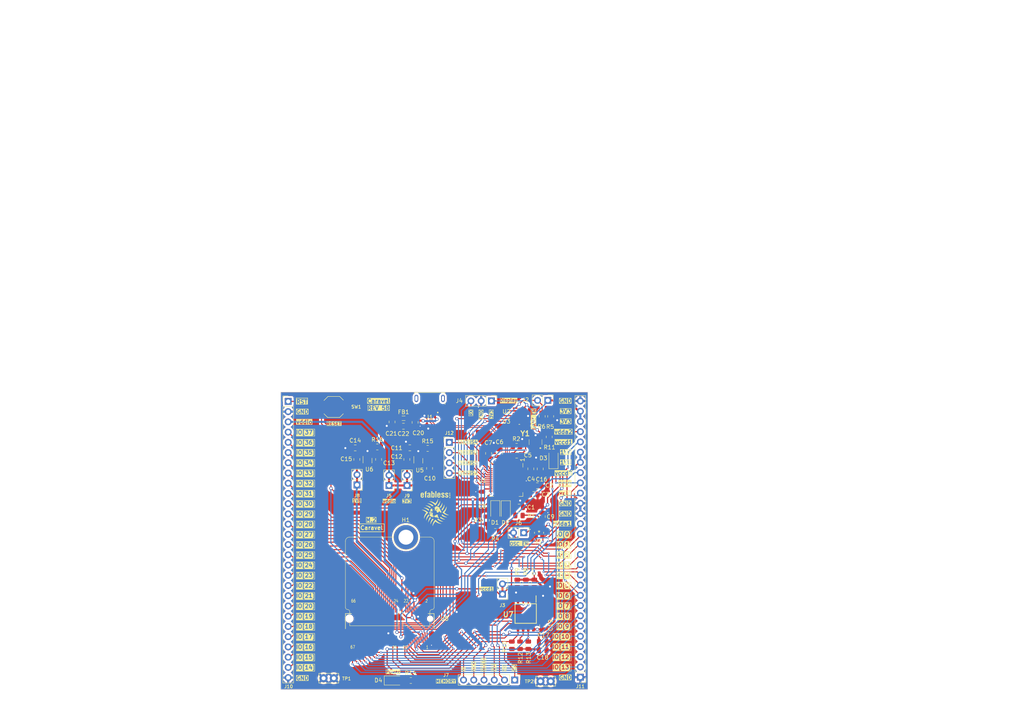
<source format=kicad_pcb>
(kicad_pcb (version 20221018) (generator pcbnew)
  (title_block (title "Caravel 3.3V Development Board") (rev "REV 5B") (company "Efabless"))
  (layers (0 "F.Cu" signal) (31 "B.Cu" signal) (34 "B.Paste" user) (35 "F.Paste" user) (36 "B.SilkS" user "B.Silkscreen") (37 "F.SilkS" user "F.Silkscreen") (38 "B.Mask" user) (39 "F.Mask" user) (44 "Edge.Cuts" user))
  (net 0 "")
  (net 1 "GND")
  (net 2 "/~{FTDI_RST}")
  (net 3 "/VCCCORE")
  (net 4 "/VCCA")
  (net 5 "+5V")
  (net 6 "+3V3")
  (net 7 "/ACBUS2")
  (net 8 "Net-(D1-A)")
  (net 9 "/gpio")
  (net 10 "+1V8")
  (net 11 "/FTDI_D+")
  (net 12 "VBUS")
  (net 13 "Net-(D3-A)")
  (net 14 "/FTDI_D-")
  (net 15 "/ACBUS0")
  (net 16 "/mprj_io[6]_ser_tx")
  (net 17 "/~{MEM_HOLD}")
  (net 18 "/~{MEM_WP}")
  (net 19 "/ACBUS6")
  (net 20 "Net-(D4-A)")
  (net 21 "Net-(D2-A)")
  (net 24 "/ADBUS4")
  (net 25 "/ADBUS5")
  (net 26 "/ADBUS6")
  (net 27 "/OSC_EN")
  (net 28 "Net-(U1-REF)")
  (net 29 "Net-(U5-Control)")
  (net 30 "Net-(U6-Control)")
  (net 31 "Net-(U1-XCSI)")
  (net 32 "Net-(U1-XCSO)")
  (net 33 "/ADBUS7")
  (net 34 "/ACBUS7")
  (net 35 "/USB_SCK_TXD")
  (net 36 "/USB_CS1")
  (net 37 "/USB_SO_RXD")
  (net 38 "/mprj_io[14]")
  (net 39 "/mprj_io[15]")
  (net 40 "/mprj_io[16]")
  (net 41 "/mprj_io[17]")
  (net 42 "/mprj_io[18]")
  (net 43 "/Caravel_D1")
  (net 44 "/mprj_io[19]")
  (net 45 "/mprj_io[20]")
  (net 46 "/mprj_io[21]")
  (net 47 "/mprj_io[22]")
  (net 48 "/mprj_io[23]")
  (net 49 "/mprj_io[24]")
  (net 50 "/mprj_io[25]")
  (net 51 "/mprj_io[26]")
  (net 52 "/mprj_io[27]")
  (net 53 "/mprj_io[28]")
  (net 54 "/ACBUS5")
  (net 55 "/mprj_io[30]")
  (net 56 "/mprj_io[31]")
  (net 57 "/mprj_io[32]")
  (net 58 "/mprj_io[33]")
  (net 59 "/ACBUS1")
  (net 60 "/mprj_io[37]")
  (net 61 "/ACBUS3")
  (net 62 "/vdda2")
  (net 63 "/vccd2")
  (net 64 "/xclk")
  (net 65 "/vdda1")
  (net 66 "/mprj_io[0]")
  (net 68 "/ACBUS4")
  (net 69 "/mprj_io[5]_ser_rx")
  (net 70 "/mprj_io[7]")
  (net 71 "/mprj_io[8]")
  (net 72 "/mprj_io[10]")
  (net 73 "/mprj_io[11]")
  (net 74 "/mprj_io[12]")
  (net 78 "/mprj_io[13]")
  (net 79 "/Caravel_CSB")
  (net 81 "/Caravel_D0")
  (net 92 "/Caravel_SCK")
  (net 93 "/Noise_3V3")
  (net 94 "/Noise_1V8")
  (net 95 "/mprj_io[36]")
  (net 96 "/mprj_io[35]")
  (net 97 "/mprj_io[34]")
  (net 98 "/mprj_io[29]")
  (net 99 "/mprj_io[9]")
  (net 100 "/USB_SI")
  (footprint "Capacitor_SMD:C_0805_2012Metric" (layer "F.Cu") (at 154.1868 146.2126 180)
    (fp_text reference "C1")
    (fp_text value "0.01uF" hide)
  )
  (footprint "MicroMod-Sparkfun:MicroMod-Standoff" (layer "F.Cu") (at 126.1168 153.6826)
    (fp_text reference "H1")
    (fp_text value "MICROMOD-Standoff" hide)
  )
  (footprint "LED_SMD:LED_1206_3216Metric" (layer "F.Cu") (at 150.8956 146.9162 -90)
    (fp_text reference "D2")
    (fp_text value "RED" hide)
  )
  (footprint "Capacitor_SMD:C_0805_2012Metric" (layer "F.Cu") (at 113.9396 134.3626 -90)
    (fp_text reference "C15")
    (fp_text value "10uF" hide)
  )
  (footprint "Caravel_Board:logo" (layer "F.Cu") (at 133.3696 147.554734)
    (fp_text reference "T1" hide)
    (fp_text value "Logo" hide)
  )
  (footprint "Capacitor_SMD:C_0805_2012Metric" (layer "F.Cu") (at 131.982 136.5926 90)
    (fp_text reference "C10")
    (fp_text value "1uF" hide)
  )
  (footprint "Caravel_Board:SOT-353F" (layer "F.Cu") (at 116.5796 134.4226 -90)
    (fp_text reference "U6")
    (fp_text value "TAR5SxxU" hide)
  )
  (footprint "strive_foot_prints:SOIC127P790X216-8N" (layer "F.Cu") (at 155.8288 172.637 -90)
    (fp_text reference "U7")
    (fp_text value "W25Q32FVSS" hide)
  )
  (footprint "Connector_PinHeader_2.54mm:PinHeader_1x02_P2.54mm_Vertical" (layer "F.Cu") (at 155.34485 152.5778 -90)
    (fp_text reference "J6")
    (fp_text value "Conn_01x02_Pin" hide)
  )
  (footprint "Connector_PinHeader_2.54mm:PinHeader_1x02_P2.54mm_Vertical" (layer "F.Cu") (at 121.9192 140.8376 180)
    (fp_text reference "J5")
    (fp_text value "Conn_01x02_Pin" hide)
  )
  (footprint "Resistor_SMD:R_0805_2012Metric" (layer "F.Cu") (at 127.33 189.2554 180)
    (fp_text reference "R14")
    (fp_text value "1K" hide)
  )
  (footprint "Capacitor_SMD:C_0805_2012Metric" (layer "F.Cu") (at 160.0296 175.6226 90)
    (fp_text reference "C19")
    (fp_text value "1uF" hide)
  )
  (footprint "Resistor_SMD:R_0805_2012Metric" (layer "F.Cu") (at 153.5796 131.1226 180)
    (fp_text reference "R2")
    (fp_text value "12K 1%" hide)
  )
  (footprint "Resistor_SMD:R_0805_2012Metric" (layer "F.Cu") (at 157.9624 165.144 90)
    (fp_text reference "R7")
    (fp_text value "10K" hide)
  )
  (footprint "strive_foot_prints:SOT65P210X110-5N" (layer "F.Cu") (at 154.254 124.8918 180)
    (fp_text reference "U3")
    (fp_text value "SN74LVC1G125DCKR" hide)
  )
  (footprint "Connector_PinHeader_2.54mm:PinHeader_1x02_P2.54mm_Vertical" (layer "F.Cu") (at 150.0696 167.8126 180)
    (fp_text reference "J3")
    (fp_text value "Conn_01x02_Pin" hide)
  )
  (footprint "Resistor_SMD:R_0805_2012Metric" (layer "F.Cu") (at 162.0264 123.6726 90)
    (fp_text reference "R5")
    (fp_text value "1K" hide)
  )
  (footprint "LED_SMD:LED_1206_3216Metric" (layer "F.Cu") (at 148.286 146.889 -90)
    (fp_text reference "D1")
    (fp_text value "RED" hide)
  )
  (footprint "Capacitor_SMD:C_0805_2012Metric" (layer "F.Cu") (at 127.082 131.4826 180)
    (fp_text reference "C11")
    (fp_text value "0.01uF" hide)
  )
  (footprint "Resistor_SMD:R_0805_2012Metric" (layer "F.Cu") (at 159.9182 123.6726 90)
    (fp_text reference "R6")
    (fp_text value "1K" hide)
  )
  (footprint "strive_foot_prints:SW4-SMD-5.2X5.2X1.5MM" (layer "F.Cu") (at 108.1784 121.3358)
    (fp_text reference "SW1")
    (fp_text value "SW_Push - SKQGADE010" hide)
  )
  (footprint "Connector_PinHeader_2.54mm:PinHeader_1x02_P2.54mm_Vertical" (layer "F.Cu") (at 161.3202 119.7102 -90)
    (fp_text reference "J2")
    (fp_text value "Conn_01x02_Pin" hide)
  )
  (footprint "Resistor_SMD:R_0805_2012Metric" (layer "F.Cu") (at 154.4318 180.511 -90)
    (fp_text reference "R12")
    (fp_text value "10K" hide)
  )
  (footprint "Connector_PinHeader_2.54mm:PinHeader_1x04_P2.54mm_Vertical" (layer "F.Cu") (at 136.8796 130.1426)
    (fp_text reference "J12")
    (fp_text value "Conn_01x04_Pin" hide)
  )
  (footprint "Connector_PinHeader_2.54mm:PinHeader_1x02_P2.54mm_Vertical" (layer "F.Cu") (at 113.9796 140.6976 180)
    (fp_text reference "J8")
    (fp_text value "Conn_01x02_Pin" hide)
  )
  (footprint "MicroMod-Sparkfun:M.2-CONNECTOR-E" (layer "F.Cu") (at 122.1071 173.9101)
    (fp_text reference "U8")
    (fp_text value "M.2-CONNECTOR-E" hide)
  )
  (footprint "Caravel_Board:ef_logo" (layer "F.Cu") (at 133.398029 143.1166)
    (fp_text reference "T2" hide)
    (fp_text value "Logo" hide)
  )
  (footprint "Capacitor_SMD:C_0805_2012Metric" (layer "F.Cu") (at 160.0496 181.7426)
    (fp_text reference "C18")
    (fp_text value "0.1uF" hide)
  )
  (footprint "Caravel_Board:SOT-353F" (layer "F.Cu") (at 129.192 134.4626 -90)
    (fp_text reference "U5")
    (fp_text value "TAR5SxxU" hide)
  )
  (footprint "TestPoint:TestPoint_Bridge_Pitch2.54mm_Drill1.0mm" (layer "F.Cu") (at 108.2196 188.6966 180)
    (fp_text reference "TP1")
    (fp_text value "TestPoint" hide)
  )
  (footprint "Resistor_SMD:R_0805_2012Metric" (layer "F.Cu") (at 152.3998 180.511 -90)
    (fp_text reference "R10")
    (fp_text value "10K" hide)
  )
  (footprint "Resistor_SMD:R_0805_2012Metric" (layer "F.Cu") (at 131.5096 131.6326)
    (fp_text reference "R15")
    (fp_text value "10K" hide)
  )
  (footprint "Resistor_SMD:R_0805_2012Metric" (layer "F.Cu") (at 155.8796 165.144 90)
    (fp_text reference "R8")
    (fp_text value "10K" hide)
  )
  (footprint "Capacitor_SMD:C_0805_2012Metric" (layer "F.Cu") (at 145.0396 143.3426 -90)
    (fp_text reference "C8")
    (fp_text value "0.1uF" hide)
  )
  (footprint "Capacitor_SMD:C_0805_2012Metric" (layer "F.Cu") (at 157.1096 136.7026 -90)
    (fp_text reference "C4")
    (fp_text value "0.1uF" hide)
  )
  (footprint "Resistor_SMD:R_0805_2012Metric" (layer "F.Cu") (at 153.746 165.144 90)
    (fp_text reference "R9")
    (fp_text value "10K" hide)
  )
  (footprint "Capacitor_SMD:C_0805_2012Metric" (layer "F.Cu") (at 119.3296 134.3626 90)
    (fp_text reference "C13")
    (fp_text value "1uF" hide)
  )
  (footprint "Capacitor_SMD:C_0805_2012Metric" (layer "F.Cu") (at 125.4996 126.1226 180)
    (fp_text reference "C22")
    (fp_text value "10uF" hide)
  )
  (footprint "Resistor_SMD:R_0805_2012Metric" (layer "F.Cu") (at 154.1614 148.2954)
    (fp_text reference "R1")
    (fp_text value "10K" hide)
  )
  (footprint "Connector_PinHeader_2.54mm:PinHeader_1x28_P2.54mm_Vertical" (layer "F.Cu") (at 169.3924 188.4426 180)
    (fp_text reference "J11")
    (fp_text value "Conn_01x28_Pin" hide)
  )
  (footprint "Resistor_SMD:R_0805_2012Metric" (layer "F.Cu") (at 156.4638 180.511 -90)
    (fp_text reference "R13")
    (fp_text value "10K" hide)
  )
  (footprint "TestPoint:TestPoint_Bridge_Pitch2.54mm_Drill1.0mm" (layer "F.Cu") (at 162.0296 189.4526 180)
    (fp_text reference "TP2")
    (fp_text value "TestPoint" hide)
  )
  (footprint "Capacitor_SMD:C_0805_2012Metric" (layer "F.Cu") (at 159.9296 148.5626 -90)
    (fp_text reference "C9")
    (fp_text value "0.1uF" hide)
  )
  (footprint "Capacitor_SMD:C_0805_2012Metric" (layer "F.Cu") (at 157.8296 143.0726 180)
    (fp_text reference "C3")
    (fp_text value "0.1uF" hide)
  )
  (footprint "Resistor_SMD:R_0805_2012Metric" (layer "F.Cu") (at 148.2896 152.2526 180)
    (fp_text reference "R4")
    (fp_text value "150" hide)
  )
  (footprint "Capacitor_SMD:C_0805_2012Metric" (layer "F.Cu") (at 159.4396 136.7226 90)
    (fp_text reference "C16")
    (fp_text value "10uF" hide)
  )
  (footprint "strive_foot_prints:SOT65P210X110-5N" (layer "F.Cu") (at 154.254 122.301)
    (fp_text reference "U2")
    (fp_text value "SN74LVC1G125DCKR" hide)
  )
  (footprint "Resistor_SMD:R_0805_2012Metric" (layer "F.Cu") (at 161.6596 128.7826 -90)
    (fp_text reference "R11")
    (fp_text value "1K" hide)
  )
  (footprint "Connector_PinHeader_2.54mm:PinHeader_1x06_P2.54mm_Vertical" (layer "F.Cu") (at 153.111 189.1284 -90)
    (fp_text reference "J7")
    (fp_text value "Conn_01x06_Pin" hide)
  )
  (footprint "strive_foot_prints:FCI_10118193-0001LF" (layer "F.Cu") (at 132.00725 119.2203 180)
    (fp_text reference "J1")
    (fp_text value "USB_B_Micro" hide)
  )
  (footprint "Connector_PinHeader_2.54mm:PinHeader_1x28_P2.54mm_Vertical" (layer "F.Cu") (at 96.9008 119.9642)
    (fp_text reference "J10")
    (fp_text value "Conn_01x28_Pin" hide)
  )
  (footprint "Package_DFN_QFN:QFN-48-1EP_8x8mm_P0.5mm_EP6.2x6.2mm" (layer "F.Cu") (at 151.0282 139.446 -90)
    (fp_text reference "U1")
    (fp_text value "FT232H" hide)
  )
  (footprint "strive_foot_prints:CSTNE12M0GH5L000R0" (layer "F.Cu") (at 158.2696 130.0726)
    (fp_text reference "Y1")
    (fp_text value "12MHz" hide)
  )
  (footprint "Connector_PinHeader_2.54mm:PinHeader_1x03_P2.54mm_Vertical" (layer "F.Cu") (at 147.3246 119.8426 -90)
    (fp_text reference "J4")
    (fp_text value "Conn_01x03_Pin" hide)
  )
  (footprint "Capacitor_SMD:C_0805_2012Metric" (layer "F.Cu") (at 149.3696 132.8326 -90)
    (fp_text reference "C6")
    (fp_text value "0.1uF" hide)
  )
  (footprint "Inductor_SMD:L_0805_2012Metric" (layer "F.Cu") (at 125.5296 124.1526 180)
    (fp_text reference "FB1")
    (fp_text value "600R/0.5A" hide)
  )
  (footprint "Capacitor_SMD:C_0805_2012Metric" (layer "F.Cu") (at 122.6696 125.0626 90)
    (fp_text reference "C21")
    (fp_text value "0.1uF" hide)
  )
  (footprint "Capacitor_SMD:C_0805_2012Metric" (layer "F.Cu") (at 126.352 134.3626 -90)
    (fp_text reference "C12")
    (fp_text value "10uF" hide)
  )
  (footprint "Capacitor_SMD:C_0805_2012Metric" (layer "F.Cu") (at 128.3796 125.1726 -90)
    (fp_text reference "C20")
    (fp_text value "0.01uF" hide)
  )
  (footprint "Capacitor_SMD:C_0805_2012Metric" (layer "F.Cu") (at 113.5296 131.5026 180)
    (fp_text reference "C14")
    (fp_text value "0.01uF" hide)
  )
  (footprint "Capacitor_SMD:C_0805_2012Metric" (layer "F.Cu") (at 158.7196 140.9026 180)
    (fp_text reference "C2")
    (fp_text value "0.1uF" hide)
  )
  (footprint "Capacitor_SMD:C_0805_2012Metric" (layer "F.Cu") (at 153.5896 133.3026)
    (fp_text reference "C5")
    (fp_text value "0.1uF" hide)
  )
  (footprint "Resistor_SMD:R_0805_2012Metric" (layer "F.Cu") (at 146.0796 149.4726 -90)
    (fp_text reference "R3")
    (fp_text value "150" hide)
  )
  (footprint "LED_SMD:LED_1206_3216Metric" (layer "F.Cu") (at 123.012 189.2554)
    (fp_text reference "D4")
    (fp_text value "RED" hide)
  )
  (footprint "Capacitor_SMD:C_0805_2012Metric" (layer "F.Cu") (at 146.6196 132.8626 -90)
    (fp_text reference "C7")
    (fp_text value "0.1uF" hide)
  )
  (footprint "Capacitor_SMD:C_0805_2012Metric" (layer "F.Cu") (at 160.0596 179.6426 180)
    (fp_text reference "C17")
    (fp_text value "0.01uF" hide)
  )
  (footprint "Connector_PinHeader_2.54mm:PinHeader_1x02_P2.54mm_Vertical" (layer "F.Cu") (at 126.3896 140.8376 180)
    (fp_text reference "J9")
    (fp_text value "Conn_01x02_Pin" hide)
  )
  (footprint "LED_SMD:LED_1206_3216Metric" (layer "F.Cu") (at 162.7296 134.3826 90)
    (fp_text reference "D3")
    (fp_text value "RED" hide)
  )
  (footprint "strive_foot_prints:DSC6001JE1A-010.0000" (layer "F.Cu") (at 159.14985 152.5778)
    (fp_text reference "X1")
    (fp_text value "DSC6001_10MHZ" hide)
  )
  (footprint "Resistor_SMD:R_0805_2012Metric" (layer "F.Cu") (at 119.0096 131.2826)
    (fp_text reference "R16")
    (fp_text value "10K" hide)
  )
  (gr_rect (start 114.5768 150.3726) (end 120.7268 152.3426) (stroke (width 0.15)) (fill none) (layer "F.SilkS"))
  (gr_rect (start 95.0468 117.6586) (end 171.2468 191.4906) (stroke (width 0.1)) (fill none) (layer "Edge.Cuts"))
  (gr_text "IO[33]" (at 101.2196 137.7526) (layer "F.SilkS" knockout) (effects (font (size 1 1) (thickness 0.2) bold)))
  (gr_text "IO[16]" (at 101.2196 180.9326) (layer "F.SilkS" knockout) (effects (font (size 1 1) (thickness 0.2) bold)))
  (gr_text "IO[27]" (at 101.2196 152.9926) (layer "F.SilkS" knockout) (effects (font (size 1 1) (thickness 0.2) bold)))
  (gr_text "UART ~{EN}" (at 157.9196 124.3726 90) (layer "F.SilkS" knockout) (effects (font (size 0.8 0.8) (thickness 0.15) bold)))
  (gr_text "IO[12]" (at 164.8696 183.4326) (layer "F.SilkS" knockout) (effects (font (size 1 1) (thickness 0.2) bold)))
  (gr_text "gpio" (at 165.5496 140.2426) (layer "F.SilkS" knockout) (effects (font (size 1 1) (thickness 0.2) bold)))
  (gr_text "IO[32]" (at 101.2196 140.2926) (layer "F.SilkS" knockout) (effects (font (size 1 1) (thickness 0.2) bold)))
  (gr_text "IO[37]" (at 101.218 127.641) (layer "F.SilkS" knockout) (effects (font (size 1 1) (thickness 0.2) bold)))
  (gr_text "IO[3]" (at 165.3296 160.5626) (layer "F.SilkS" knockout) (effects (font (size 1 1) (thickness 0.2) bold)))
  (gr_text "IO[36]" (at 101.2196 130.1926) (layer "F.SilkS" knockout) (effects (font (size 1 1) (thickness 0.2) bold)))
  (gr_text "Display\n" (at 151.5616 119.6594) (layer "F.SilkS" knockout) (effects (font (size 0.8 0.8) (thickness 0.16) bold)))
  (gr_text "IO[26]" (at 101.2196 155.5326) (layer "F.SilkS" knockout) (effects (font (size 1 1) (thickness 0.2) bold)))
  (gr_text "IO[9]" (at 165.3296 175.8026) (layer "F.SilkS" knockout) (effects (font (size 1 1) (thickness 0.2) bold)))
  (gr_text "RESET" (at 108.2296 125.5126) (layer "F.SilkS" knockout) (effects (font (size 0.8 0.8) (thickness 0.16) bold)))
  (gr_text "ADBUS4" (at 141.5396 130.0826) (layer "F.SilkS" knockout) (effects (font (size 0.8 0.8) (thickness 0.15) bold)))
  (gr_text "IO[21]" (at 101.2196 168.2326) (layer "F.SilkS" knockout) (effects (font (size 1 1) (thickness 0.2) bold)))
  (gr_text "Caravel" (at 117.6068 151.3526) (layer "F.SilkS") (effects (font (size 1 1) (thickness 0.2) bold)))
  (gr_text "IO[34]" (at 101.2196 135.2126) (layer "F.SilkS" knockout) (effects (font (size 1 1) (thickness 0.2) bold)))
  (gr_text "vdda1" (at 164.9296 150.3426) (layer "F.SilkS" knockout) (effects (font (size 1 1) (thickness 0.2) bold)))
  (gr_text "IO[2]" (at 165.3296 158.0226) (layer "F.SilkS" knockout) (effects (font (size 1 1) (thickness 0.2) bold)))
  (gr_text "IO[14]" (at 101.2196 186.0126) (layer "F.SilkS" knockout) (effects (font (size 1 1) (thickness 0.2) bold)))
  (gr_text "MEMORY" (at 135.9768 189.4726) (layer "F.SilkS" knockout) (effects (font (size 0.8 0.8) (thickness 0.16) bold)))
  (gr_text "vddio" (at 121.9796 144.7326) (layer "F.SilkS" knockout) (effects (font (size 0.8 0.8) (thickness 0.15) bold)))
  (gr_text "vccd2" (at 165.2296 137.7926) (layer "F.SilkS" knockout) (effects (font (size 1 1) (thickness 0.2) bold)))
  (gr_text "IO[0]" (at 165.3296 152.9426) (layer "F.SilkS" knockout) (effects (font (size 1 1) (thickness 0.2) bold)))
  (gr_text "OSC ~{EN}" (at 154.1796 155.3526) (layer "F.SilkS" knockout) (effects (font (size 0.8 0.8) (thickness 0.15) bold)))
  (gr_text "IO[1]" (at 165.3296 155.4826) (layer "F.SilkS" knockout) (effects (font (size 1 1) (thickness 0.2) bold)))
  (gr_text "vdda2" (at 165.1996 127.5326) (layer "F.SilkS" knockout) (effects (font (size 1 1) (thickness 0.2) bold)))
  (gr_text "1V8" (at 165.7596 135.1226) (layer "F.SilkS" knockout) (effects (font (size 1 1) (thickness 0.2) bold)))
  (gr_text "Power" (at 122.8468 187.1326) (layer "F.SilkS" knockout) (effects (font (size 0.8 0.8) (thickness 0.16) bold)))
  (gr_text "IO[29]" (at 101.2196 147.9126) (layer "F.SilkS" knockout) (effects (font (size 1 1) (thickness 0.2) bold)))
  (gr_text "IO[4]" (at 165.3296 163.1026) (layer "F.SilkS" knockout) (effects (font (size 1 1) (thickness 0.2) bold)))
  (gr_text "1V8" (at 113.9596 144.6426) (layer "F.SilkS" knockout) (effects (font (size 0.8 0.8) (thickness 0.15) bold)))
  (gr_text "GND" (at 100.3916 122.5426) (layer "F.SilkS" knockout) (effects (font (size 1 1) (thickness 0.2) bold)))
  (gr_text "GND" (at 165.6496 188.5426) (layer "F.SilkS" knockout) (effects (font (size 1 1) (thickness 0.2) bold)))
  (gr_text "IO[8]" (at 165.3296 173.2626) (layer "F.SilkS" knockout) (effects (font (size 1 1) (thickness 0.2) bold)))
  (gr_text "IO[31]" (at 101.2196 142.8326) (layer "F.SilkS" knockout) (effects (font (size 1 1) (thickness 0.2) bold)))
  (gr_text "IO[30]" (at 101.2196 145.3726) (layer "F.SilkS" knockout) (effects (font (size 1 1) (thickness 0.2) bold)))
  (gr_text "IO[35]" (at 101.2196 132.6726) (layer "F.SilkS" knockout) (effects (font (size 1 1) (thickness 0.2) bold)))
  (gr_text "vddio" (at 100.8996 125.0826) (layer "F.SilkS" knockout) (effects (font (size 1 1) (thickness 0.2) bold)))
  (gr_text "SI" (at 140.4096 186.3926 90) (layer "F.SilkS" knockout) (effects (font (size 0.8 0.8) (thickness 0.16) bold)))
  (gr_text "ADBUS6" (at 141.5396 135.2526) (layer "F.SilkS" knockout) (effects (font (size 0.8 0.8) (thickness 0.15) bold)))
  (gr_text "IO[10]" (at 164.8696 178.3526) (layer "F.SilkS" knockout) (effects (font (size 1 1) (thickness 0.2) bold)))
  (gr_text "3V3" (at 147.2996 123.1326 90) (layer "F.SilkS" knockout) (effects (font (size 0.8 0.8) (thickness 0.16) bold)))
  (gr_text "IO[5]" (at 165.3296 165.6426) (layer "F.SilkS" knockout) (effects (font (size 1 1) (thickness 0.2) bold)))
  (gr_text "vccd1" (at 146.0796 166.5426) (layer "F.SilkS" knockout) (effects (font (size 0.8 0.8) (thickness 0.15) bold)))
  (gr_text "1\n" (at 155.0296 134.4526 90) (layer "F.SilkS") (effects (font (size 1 1))))
  (gr_text "~{RST}" (at 100.3096 120.0726) (layer "F.SilkS" knockout) (effects (font (size 1 1) (thickness 0.2) bold)))
  (gr_text "REV 5B" (at 119.3234 121.6232) (layer "F.SilkS" knockout) (effects (font (size 1 1) (thickness 0.2) bold)))
  (gr_text "IO[23]" (at 101.2196 163.1526) (layer "F.SilkS" knockout) (effects (font (size 1 1) (thickness 0.2) bold)))
  (gr_text "vccd1" (at 165.2496 130.0826) (layer "F.SilkS" knockout) (effects (font (size 1 1) (thickness 0.2) bold)))
  (gr_text "Caravel" (at 119.3134 119.8832) (layer "F.SilkS" knockout) (effects (font (size 1 1) (thickness 0.2) bold)))
  (gr_text "RX" (at 142.2696 122.8426 90) (layer "F.SilkS" knockout) (effects (font (size 0.8 0.8) (thickness 0.16) bold)))
  (gr_text "xclk" (at 165.6496 142.8026) (layer "F.SilkS" knockout) (effects (font (size 1 1) (thickness 0.2) bold)))
  (gr_text "IO[20]" (at 101.2196 170.7726) (layer "F.SilkS" knockout) (effects (font (size 1 1) (thickness 0.2) bold)))
  (gr_text "IO[28]" (at 101.2196 150.4526) (layer "F.SilkS" knockout) (effects (font (size 1 1) (thickness 0.2) bold)))
  (gr_text "GND" (at 100.4096 188.6826) (layer "F.SilkS" knockout) (effects (font (size 1 1) (thickness 0.2) bold)))
  (gr_text "IO[7]" (at 165.3296 170.7226) (layer "F.SilkS" knockout) (effects (font (size 1 1) (thickness 0.2) bold)))
  (gr_text "M.2" (at 117.4668 149.4226) (layer "F.SilkS" knockout) (effects (font (size 1 1) (thickness 0.2) bold)))
  (gr_text "3V3" (at 165.7696 122.4226) (layer "F.SilkS" knockout) (effects (font (size 1 1) (thickness 0.2) bold)))
  (gr_text "IO[6]" (at 165.3296 168.1826) (layer "F.SilkS" knockout) (effects (font (size 1 1) (thickness 0.2) bold)))
  (gr_text "GND" (at 165.6496 119.8726) (layer "F.SilkS" knockout) (effects (font (size 1 1) (thickness 0.2) bold)))
  (gr_text "IO[24]" (at 101.2196 160.6126) (layer "F.SilkS" knockout) (effects (font (size 1 1) (thickness 0.2) bold)))
  (gr_text "~{WP}" (at 148.0296 186.0326 90) (layer "F.SilkS" knockout) (effects (font (size 0.8 0.8) (thickness 0.16) bold)))
  (gr_text "IO[25]" (at 101.2196 158.0726) (layer "F.SilkS" knockout) (effects (font (size 1 1) (thickness 0.2) bold)))
  (gr_text "SO" (at 150.5696 186.1626 90) (layer "F.SilkS" knockout) (effects (font (size 0.8 0.8) (thickness 0.16) bold)))
  (gr_text "GND" (at 165.6096 147.8726) (layer "F.SilkS" knockout) (effects (font (size 1 1) (thickness 0.2) bold)))
  (gr_text "IO[22]" (at 101.2196 165.6926) (layer "F.SilkS" knockout) (effects (font (size 1 1) (thickness 0.2) bold)))
  (gr_text "GND" (at 165.6096 145.3326) (layer "F.SilkS" knockout) (effects (font (size 1 1) (thickness 0.2) bold)))
  (gr_text "3V3" (at 165.7696 124.9626) (layer "F.SilkS" knockout) (effects (font (size 1 1) (thickness 0.2) bold)))
  (gr_text "ADBUS5" (at 141.5396 132.6426) (layer "F.SilkS" knockout) (effects (font (size 0.8 0.8) (thickness 0.15) bold)))
  (gr_text "IO[18]" (at 101.2196 175.8526) (layer "F.SilkS" knockout) (effects (font (size 1 1) (thickness 0.2) bold)))
  (gr_text "IO[11]" (at 164.8696 180.8926) (layer "F.SilkS" knockout) (effects (font (size 1 1) (thickness 0.2) bold)))
  (gr_text "3V3" (at 126.3696 144.7326) (layer "F.SilkS" knockout) (effects (font (size 0.8 0.8) (thickness 0.15) bold)))
  (gr_text "IO[13]" (at 164.8696 185.9726) (layer "F.SilkS" knockout) (effects (font (size 1 1) (thickness 0.2) bold)))
  (gr_text "SCK" (at 142.9496 185.7826 90) (layer "F.SilkS" knockout) (effects (font (size 0.8 0.8) (thickness 0.16) bold)))
  (gr_text "ADBUS7" (at 141.5396 137.7726) (layer "F.SilkS" knockout) (effects (font (size 0.8 0.8) (thickness 0.15) bold)))
  (gr_text "GND" (at 144.7896 123.2426 90) (layer "F.SilkS" knockout) (effects (font (size 0.8 0.8) (thickness 0.16) bold)))
  (gr_text "IO[19]" (at 101.2196 173.3126) (layer "F.SilkS" knockout) (effects (font (size 1 1) (thickness 0.2) bold)))
  (gr_text "~{CS}" (at 153.1196 186.1126 90) (layer "F.SilkS" knockout) (effects (font (size 0.8 0.8) (thickness 0.16) bold)))
  (gr_text "IO[15]" (at 101.2196 183.4726) (layer "F.SilkS" knockout) (effects (font (size 1 1) (thickness 0.2) bold)))
  (gr_text "~{HOLD}" (at 145.4896 185.3326 90) (layer "F.SilkS" knockout) (effects (font (size 0.8 0.8) (thickness 0.16) bold)))
  (gr_text "IO[17]" (at 101.2196 178.3926) (layer "F.SilkS" knockout) (effects (font (size 1 1) (thickness 0.2) bold)))
  (gr_text "1V8" (at 165.7596 132.5826) (layer "F.SilkS" knockout) (effects (font (size 1 1) (thickness 0.2) bold)))
  (segment (start 113.0696 133.4126) (end 112.5796 132.9226) (width 0.5) (layer "F.Cu") (net 1))
  (segment (start 127.9968 167.5726) (end 127.9968 168.2654) (width 0.3048) (layer "F.Cu") (net 1))
  (segment (start 147.1532 141.196) (end 147.1532 141.4526) (width 0.3048) (layer "F.Cu") (net 1))
  (segment (start 158.2796 128.7826) (end 158.2596 128.8026) (width 0.3048) (layer "F.Cu") (net 1))
  (segment (start 153.9238 167.9068) (end 153.9238 169.037) (width 0.254) (layer "F.Cu") (net 1))
  (segment (start 155.9772 139.696) (end 155.9812 139.7) (width 0.254) (layer "F.Cu") (net 1))
  (segment (start 157.1096 135.8326) (end 157.1096 135.7526) (width 0.254) (layer "F.Cu") (net 1))
  (segment (start 155.9308 124.2314) (end 155.2954 124.2314) (width 0.254) (layer "F.Cu") (net 1))
  (segment (start 126.4496 126.1226) (end 128.3796 126.1226) (width 0.5) (layer "F.Cu") (net 1))
  (segment (start 132.4571 180.5001) (end 132.4596 180.5026) (width 0.254) (layer "F.Cu") (net 1))
  (segment (start 152.6396 133.3026) (end 152.6496 133.3126) (width 0.3048) (layer "F.Cu") (net 1))
  (segment (start 163.6496 124.6326) (end 163.6021 124.5851) (width 0.254) (layer "F.Cu") (net 1))
  (segment (start 126.1196 131.4702) (end 126.132 131.4826) (width 0.5) (layer "F.Cu") (net 1))
  (segment (start 126.352 131.7026) (end 126.132 131.4826) (width 0.5) (layer "F.Cu") (net 1))
  (segment (start 148.7782 135.571) (end 149.2782 135.571) (width 0.254) (layer "F.Cu") (net 1))
  (segment (start 121.3496 126.0426) (end 122.6396 126.0426) (width 0.5) (layer "F.Cu") (net 1))
  (segment (start 158.34975 153.4033) (end 157.85445 153.8986) (width 0.254) (layer "F.Cu") (net 1))
  (segment (start 158.2596 128.8026) (end 158.2596 130.0026) (width 0.3048) (layer "F.Cu") (net 1))
  (segment (start 122.3571 179.1851) (end 122.3571 178.1429) (width 0.254) (layer "F.Cu") (net 1))
  (segment (start 156.4196 123.5726) (end 156.4196 123.7426) (width 0.254) (layer "F.Cu") (net 1))
  (segment (start 148.7782 135.096001) (end 148.7782 135.571) (width 0.254) (layer "F.Cu") (net 1))
  (segment (start 152.2782 135.571) (end 152.2782 133.664) (width 0.3048) (layer "F.Cu") (net 1))
  (segment (start 129.6296 126.1226) (end 128.3796 126.1226) (width 0.3048) (layer "F.Cu") (net 1))
  (segment (start 153.2782 143.321) (end 153.7782 143.321) (width 0.254) (layer "F.Cu") (net 1))
  (segment (start 143.4496 142.4026) (end 145.0296 142.4026) (width 0.3048) (layer "F.Cu") (net 1))
  (segment (start 130.70725 123.50025) (end 130.70725 121.8953) (width 0.5) (layer "F.Cu") (net 1))
  (segment (start 146.6496 131.8826) (end 146.6196 131.9126) (width 0.5) (layer "F.Cu") (net 1))
  (segment (start 157.1096 135.7526) (end 159.4196 135.7526) (width 0.5) (layer "F.Cu") (net 1))
  (segment (start 113.9396 133.4126) (end 113.0696 133.4126) (width 0.5) (layer "F.Cu") (net 1))
  (segment (start 153.4396 167.4226) (end 153.9238 167.9068) (width 0.254) (layer "F.Cu") (net 1))
  (segment (start 153.7782 143.914) (end 154.4568 144.5926) (width 0.254) (layer "F.Cu") (net 1))
  (segment (start 122.6396 126.0426) (end 122.6696 126.0126) (width 0.3048) (layer "F.Cu") (net 1))
  (segment (start 144.7846 120.7176) (end 144.0996 121.4026) (width 0.254) (layer "F.Cu") (net 1))
  (segment (start 112.5796 131.5026) (end 111.1296 131.5026) (width 0.5) (layer "F.Cu") (net 1))
  (segment (start 163.6021 124.5851) (end 162.0264 124.5851) (width 0.254) (layer "F.Cu") (net 1))
  (segment (start 126.1196 129.9726) (end 126.1196 131.4702) (width 0.5) (layer "F.Cu") (net 1))
  (segment (start 129.1268 173.4126) (end 128.6071 172.8929) (width 0.3048) (layer "F.Cu") (net 1))
  (segment (start 144.7846 119.8426) (end 144.7846 120.7176) (width 0.254) (layer "F.Cu") (net 1))
  (segment (start 153.9208 122.9614) (end 153.2126 122.9614) (width 0.254) (layer "F.Cu") (net 1))
  (segment (start 132.4571 180.1426) (end 132.4571 180.5001) (width 0.254) (layer "F.Cu") (net 1))
  (segment (start 152.6396 132.9751) (end 154.4921 131.1226) (width 0.3048) (layer "F.Cu") (net 1))
  (segment (start 159.4396 134.9526) (end 159.4396 135.7726) (width 0.5) (layer "F.Cu") (net 1))
  (segment (start 154.6296 122.2526) (end 153.9208 122.9614) (width 0.254) (layer "F.Cu") (net 1))
  (segment (start 129.6496 126.1026) (end 129.6296 126.1226) (width 0.3048) (layer "F.Cu") (net 1))
  (segment (start 161.2996 147.6126) (end 159.9296 147.6126) (width 0.254) (layer "F.Cu") (net 1))
  (segment (start 153.6496 154.0826) (end 152.80485 153.23785) (width 0.3048) (layer "F.Cu") (net 1))
  (segment (start 161.3196 147.5926) (end 161.2996 147.6126) (width 0.254) (layer "F.Cu") (net 1))
  (segment (start 145.7362 141.696) (end 147.1532 141.696) (width 0.3048) (layer "F.Cu") (net 1))
  (segment (start 149.3696 131.8826) (end 146.6496 131.8826) (width 0.5) (layer "F.Cu") (net 1))
  (segment (start 159.4196 135.7526) (end 159.4396 135.7726) (width 0.5) (layer "F.Cu") (net 1))
  (segment (start 112.5796 132.9226) (end 112.5796 131.5026) (width 0.5) (layer "F.Cu") (net 1))
  (segment (start 149.3696 131.8826) (end 149.3696 131.7226) (width 0.5) (layer "F.Cu") (net 1))
  (segment (start 127.9968 168.2654) (end 127.1071 169.1551) (width 0.3048) (layer "F.Cu") (net 1))
  (segment (start 153.7782 143.321) (end 153.7782 143.914) (width 0.254) (layer "F.Cu") (net 1))
  (segment (start 152.2782 133.664) (end 152.6396 133.3026) (width 0.3048) (layer "F.Cu") (net 1))
  (segment (start 155.9596 122.2526) (end 154.6296 122.2526) (width 0.254) (layer "F.Cu") (net 1))
  (segment (start 154.4921 129.7801) (end 154.9596 129.3126) (width 0.3048) (layer "F.Cu") (net 1))
  (segment (start 154.9032 136.8326) (end 154.9032 136.696) (width 0.254) (layer "F.Cu") (net 1))
  (segment (start 157.67045 154.0826) (end 153.6496 154.0826) (width 0.3048) (layer "F.Cu") (net 1))
  (segment (start 127.1071 169.1551) (end 127.1071 171.6351) (width 0.3048) (layer "F.Cu") (net 1))
  (segment (start 154.9032 136.8326) (end 156.1096 136.8326) (width 0.254) (layer "F.Cu") (net 1))
  (segment (start 129.192 133.5126) (end 129.192 132.330228) (width 0.254) (layer "F.Cu") (net 1))
  (segment (start 152.6496 133.3126) (end 152.6496 133.5126) (width 0.3048) (layer "F.Cu") (net 1))
  (segment (start 158.4096 133.9226) (end 159.4396 134.9526) (width 0.5) (layer "F.Cu") (net 1))
  (segment (start 152.80485 153.23785) (end 152.80485 152.5778) (width 0.3048) (layer "F.Cu") (net 1))
  (segment (start 154.9032 137.196) (end 154.9032 136.8326) (width 0.254) (layer "F.Cu") (net 1))
  (segment (start 149.3696 131.7226) (end 147.9096 130.2626) (width 0.5) (layer "F.Cu") (net 1))
  (segment (start 156.4196 122.7126) (end 155.9596 122.2526) (width 0.254) (layer "F.Cu") (net 1))
  (segment (start 132.4571 178.4101) (end 132.4571 180.1426) (width 0.254) (layer "F.Cu") (net 1))
  (segment (start 145.0296 142.4026) (end 145.7362 141.696) (width 0.3048) (layer "F.Cu") (net 1))
  (segment (start 147.1532 141.4526) (end 147.1532 141.696) (width 0.3048) (layer "F.Cu") (net 1))
  (segment (start 128.6071 172.8929) (end 128.6071 171.6351) (width 0.254) (layer "F.Cu") (net 1))
  (segment (start 116.5796 133.4726) (end 116.5796 132.2826) (width 0.254) (layer "F.Cu") (net 1))
  (segment (start 152.6396 133.3026) (end 152.6396 132.9751) (width 0.3048) (layer "F.Cu") (net 1))
  (segment (start 148.352199 134.670001) (end 148.7782 135.096001) (width 0.254) (layer "F.Cu") (net 1))
  (segment (start 122.3571 178.1429) (end 121.7568 177.5426) (width 0.254) (layer "F.Cu") (net 1))
  (segment (start 129.192 132.330228) (end 129.179795 132.318023) (width 0.254) (layer "F.Cu") (net 1))
  (segment (start 154.9032 140.196) (end 154.9032 139.696) (width 0.254) (layer "F.Cu") (net 1))
  (segment (start 156.1096 136.8326) (end 157.1096 135.8326) (width 0.254) (layer "F.Cu") (net 1))
  (segment (start 156.4196 123.5726) (end 156.4196 122.7126) (width 0.254) (layer "F.Cu") (net 1))
  (segment (start 154.4921 131.1226) (end 154.4921 129.7801) (width 0.3048) (layer "F.Cu") (net 1))
  (segment (start 154.9032 139.696) (end 155.9772 139.696) (width 0.254) (layer "F.Cu") (net 1))
  (segment (start 149.7782 135.571) (end 149.2782 135.571) (width 0.254) (layer "F.Cu") (net 1))
  (segment (start 157.85445 153.8986) (end 157.67045 154.0826) (width 0.3048) (layer "F.Cu") (net 1))
  (segment (start 156.4196 123.7426) (end 155.9308 124.2314) (width 0.254) (layer "F.Cu") (net 1))
  (segment (start 158.2796 128.3626) (end 158.2796 128.7826) (width 0.3048) (layer "F.Cu") (net 1))
  (segment (start 111.1296 131.5026) (end 111.0796 131.5526) (width 0.5) (layer "F.Cu") (net 1))
  (segment (start 126.352 133.4126) (end 126.352 131.7026) (width 0.5) (layer "F.Cu") (net 1))
  (via (at 154.9596 129.3126) (size 0.8) (drill 0.5) (layers "F.Cu" "B.Cu") (net 1))
  (via (at 148.352199 134.670001) (size 0.4064) (drill 0.2032) (layers "F.Cu" "B.Cu") (net 1))
  (via (at 153.4396 167.4226) (size 0.8) (drill 0.5) (layers "F.Cu" "B.Cu") (net 1))
  (via (at 138.7096 172.2526) (size 0.8) (drill 0.5) (layers "F.Cu" "B.Cu") (net 1))
  (via (at 163.6496 124.6326) (size 0.8) (drill 0.5) (layers "F.Cu" "B.Cu") (net 1))
  (via (at 129.6496 126.1026) (size 0.5) (drill 0.25) (layers "F.Cu" "B.Cu") (net 1))
  (via (at 129.1268 173.4126) (size 0.8) (drill 0.5) (layers "F.Cu" "B.Cu") (net 1))
  (via (at 158.4096 133.9226) (size 0.8) (drill 0.5) (layers "F.Cu" "B.Cu") (net 1))
  (via (at 127.9968 167.5726) (size 0.8) (drill 0.5) (layers "F.Cu" "B.Cu") (net 1))
  (via (at 111.0796 131.5526) (size 0.8) (drill 0.5) (layers "F.Cu" "B.Cu") (net 1))
  (via (at 156.4196 123.5726) (size 0.8) (drill 0.5) (layers "F.Cu" "B.Cu") (net 1))
  (via (at 132.4596 180.5026) (size 0.5) (drill 0.25) (layers "F.Cu" "B.Cu") (net 1))
  (via (at 154.4568 144.5926) (size 0.8) (drill 0.5) (layers "F.Cu" "B.Cu") (net 1))
  (via (at 121.3496 126.0426) (size 0.8) (drill 0.5) (layers "F.Cu" "B.Cu") (net 1))
  (via (at 161.3196 147.5926) (size 0.5) (drill 0.25) (layers "F.Cu" "B.Cu") (net 1))
  (via (at 155.9812 139.7) (size 0.5) (drill 0.25) (layers "F.Cu" "B.Cu") (net 1))
  (via (at 147.9096 130.2626) (size 0.8) (drill 0.5) (layers "F.Cu" "B.Cu") (net 1))
  (via (at 131.6496 126.7126) (size 0.8) (drill 0.5) (layers "F.Cu" "B.Cu") (net 1))
  (via (at 129.179795 132.318023) (size 0.8) (drill 0.5) (layers "F.Cu" "B.Cu") (net 1))
  (via (at 116.5796 132.2826) (size 0.8) (drill 0.5) (layers "F.Cu" "B.Cu") (net 1))
  (via (at 158.2796 128.3626) (size 0.8) (drill 0.5) (layers "F.Cu" "B.Cu") (net 1))
  (via (at 126.1196 129.9726) (size 0.8) (drill 0.5) (layers "F.Cu" "B.Cu") (net 1))
  (via (at 160.1412 168.2322) (size 0.8) (drill 0.5) (layers "F.Cu" "B.Cu") (net 1))
  (via (at 130.70725 123.50025) (size 0.8) (drill 0.5) (layers "F.Cu" "B.Cu") (net 1))
  (via (at 161.8596 165.9426) (size 0.8) (drill 0.5) (layers "F.Cu" "B.Cu") (net 1))
  (via (at 143.4496 142.4026) (size 0.5) (drill 0.25) (layers "F.Cu" "B.Cu") (net 1))
  (via (at 144.0996 121.4026) (size 0.5) (drill 0.25) (layers "F.Cu" "B.Cu") (net 1))
  (via (at 121.7568 177.5426) (size 0.8) (drill 0.5) (layers "F.Cu" "B.Cu") (net 1))
  (segment (start 169.3924 147.955) (end 169.3924 147.9042) (width 0.254) (layer "B.Cu") (net 1))
  (segment (start 129.1668 173.4526) (end 129.1268 173.4126) (width 0.254) (layer "B.Cu") (net 1))
  (segment (start 129.3968 173.4526) (end 129.1668 173.4526) (width 0.254) (layer "B.Cu") (net 1))
  (segment (start 153.2368 144.8098) (end 153.2368 146.2126) (width 0.254) (layer "F.Cu") (net 2))
  (segment (start 153.2489 148.2954) (end 153.2489 146.2247) (width 0.254) (layer "F.Cu") (net 2))
  (segment (start 152.7782 143.321) (end 152.7782 144.3512) (width 0.254) (layer "F.Cu") (net 2))
  (segment (start 152.7782 144.3512) (end 153.2368 144.8098) (width 0.254) (layer "F.Cu") (net 2))
  (segment (start 156.3862 141.696) (end 157.1796 140.9026) (width 0.3048) (layer "F.Cu") (net 3))
  (segment (start 154.5222 141.696) (end 156.3862 141.696) (width 0.3048) (layer "F.Cu") (net 3))
  (segment (start 157.1796 140.9026) (end 157.7696 140.9026) (width 0.3048) (layer "F.Cu") (net 3))
  (segment (start 156.1596 143.0726) (end 156.8796 143.0726) (width 0.3048) (layer "F.Cu") (net 4))
  (segment (start 155.2713 142.1843) (end 156.1596 143.0726) (width 0.3048) (layer "F.Cu") (net 4))
  (segment (start 156.8396 143.0326) (end 156.8796 143.0726) (width 0.254) (layer "F.Cu") (net 4))
  (segment (start 154.5605 142.1843) (end 155.2713 142.1843) (width 0.3048) (layer "F.Cu") (net 4))
  (segment (start 124.5521 124.26885) (end 124.4896 124.20635) (width 0.5) (layer "F.Cu") (net 5))
  (segment (start 132.4221 131.6326) (end 132.4221 130.3151) (width 0.5) (layer "F.Cu") (net 5))
  (segment (start 121.9446 124.1126) (end 119.9221 126.1351) (width 0.5) (layer "F.Cu") (net 5))
  (segment (start 132.4221 130.3151) (end 130.9096 128.8026) (width 0.5) (layer "F.Cu") (net 5))
  (segment (start 131.782 135.4426) (end 129.872 135.4426) (width 0.5) (layer "F.Cu") (net 5))
  (segment (start 124.5496 128.0326) (end 124.5496 126.267365) (width 0.5) (layer "F.Cu") (net 5))
  (segment (start 119.3296 133.4126) (end 119.1896 133.4126) (width 0.5) (layer "F.Cu") (net 5))
  (segment (start 125.3196 128.8026) (end 124.5496 128.0326) (width 0.5) (layer "F.Cu") (net 5))
  (segment (start 119.1896 133.4126) (end 117.2296 135.3726) (width 0.5) (layer "F.Cu") (net 5))
  (segment (start 124.5521 124.34135) (end 124.5196 124.37385) (width 0.3048) (layer "F.Cu") (net 5))
  (segment (start 130.9096 128.8026) (end 125.3196 128.8026) (width 0.5) (layer "F.Cu") (net 5))
  (segment (start 119.9296 131.2901) (end 119.9221 131.2826) (width 0.5) (layer "F.Cu") (net 5))
  (segment (start 119.3296 133.4126) (end 119.9296 132.8126) (width 0.5) (layer "F.Cu") (net 5))
  (segment (start 120.1521 131.5126) (end 119.9221 131.2826) (width 0.5) (layer "F.Cu") (net 5))
  (segment (start 122.6696 124.1126) (end 121.9446 124.1126) (width 0.5) (layer "F.Cu") (net 5))
  (segment (start 124.6221 124.41135) (end 124.5521 124.34135) (width 0.3048) (layer "F.Cu") (net 5))
  (segment (start 131.982 132.0727) (end 131.982 135.6426) (width 0.5) (layer "F.Cu") (net 5))
  (segment (start 124.4271 124.1126) (end 122.6696 124.1126) (width 0.5) (layer "F.Cu") (net 5))
  (segment (start 124.6221 124.41135) (end 124.6221 124.19885) (width 0.3048) (layer "F.Cu") (net 5))
  (segment (start 124.5521 124.34135) (end 124.5521 124.26885) (width 0.3048) (layer "F.Cu") (net 5))
  (segment (start 132.4221 131.6326) (end 131.982 132.0727) (width 0.5) (layer "F.Cu") (net 5))
  (segment (start 124.5196 124.37385) (end 124.5196 126.01135) (width 0.5) (layer "F.Cu") (net 5))
  (segment (start 119.9296 132.8126) (end 119.9296 131.2901) (width 0.5) (layer "F.Cu") (net 5))
  (segment (start 119.9221 126.1351) (end 119.9221 131.2826) (width 0.5) (layer "F.Cu") (net 5))
  (segment (start 124.4671 124.1526) (end 124.4271 124.1126) (width 0.5) (layer "F.Cu") (net 5))
  (segment (start 126.311 173.654) (end 127.6482 173.654) (width 0.3048) (layer "F.Cu") (net 6))
  (segment (start 161.3521 127.8801) (end 160.5896 128.6426) (width 0.3048) (layer "F.Cu") (net 6))
  (segment (start 168.9796 122.4026) (end 169.3924 122.4026) (width 0.3048) (layer "F.Cu") (net 6))
  (segment (start 144.6996 144.2926) (end 145.7096 144.2926) (width 0.3048) (layer "F.Cu") (net 6))
  (segment (start 157.1096 137.6526) (end 157.0662 137.696) (width 0.3048) (layer "F.Cu") (net 6))
  (segment (start 157.0662 137.696) (end 154.5222 137.696) (width 0.3048) (layer "F.Cu") (net 6))
  (segment (start 161.9896 127.8401) (end 161.9496 127.8801) (width 0.3048) (layer "F.Cu") (net 6))
  (segment (start 148.0096 133.8226) (end 147.9796 133.8226) (width 0.3048) (layer "F.Cu") (net 6))
  (segment (start 132.6584 144.3054) (end 142.7168 144.3054) (width 0.5) (layer "F.Cu") (net 6))
  (segment (start 162.9646 174.5576) (end 160.9496 176.5726) (width 0.5) (layer "F.Cu") (net 6))
  (segment (start 157.9624 164.2315) (end 158.2385 164.2315) (width 0.3048) (layer "F.Cu") (net 6))
  (segment (start 147.618 135.571) (end 146.6296 134.5826) (width 0.3048) (layer "F.Cu") (net 6))
  (segment (start 159.1096 181.7326) (end 159.0996 181.7426) (width 0.5) (layer "F.Cu") (net 6))
  (segment (start 158.626 148.209) (end 154.7347 148.209) (width 0.3048) (layer "F.Cu") (net 6))
  (segment (start 154.5222 141.196) (end 155.6282 141.196) (width 0.3048) (layer "F.Cu") (net 6))
  (segment (start 156.0536 120.8824) (end 155.2954 121.6406) (width 0.254) (layer "F.Cu") (net 6))
  (segment (start 147.9396 133.8226) (end 146.6296 133.8226) (width 0.3048) (layer "F.Cu") (net 6))
  (segment (start 146.0421 150.4226) (end 146.0796 150.3851) (width 0.3048) (layer "F.Cu") (net 6))
  (segment (start 159.4196 137.6526) (end 159.4396 137.6726) (width 0.5) (layer "F.Cu") (net 6))
  (segment (start 159.94995 149.53295) (end 159.9296 149.5126) (width 0.3048) (layer "F.Cu") (net 6))
  (segment (start 161.9721 127.8401) (end 162.2196 127.8401) (width 0.254) (layer "F.Cu") (net 6))
  (segment (start 123.1196 187.0726) (end 121.4596 185.4126) (width 0.3048) (layer "F.Cu") (net 6))
  (segment (start 160.4596 128.7726) (end 160.5896 128.6426) (width 0.3048) (layer "F.Cu") (net 6))
  (segment (start 155.8096 128.835) (end 153.7968 126.8222) (width 0.3048) (layer "F.Cu") (net 6))
  (segment (start 127.6071 173.6129) (end 127.6071 171.6351) (width 0.3048) (layer "F.Cu") (net 6))
  (segment (start 152.7782 134.874) (end 154.3496 133.3026) (width 0.3048) (layer "F.Cu") (net 6))
  (segment (start 159.1096 179.6426) (end 159.1096 181.7326) (width 0.5) (layer "F.Cu") (net 6))
  (segment (start 126.3896 138.2976) (end 126.3896 135.3502) (width 0.5) (layer "F.Cu") (net 6))
  (segment (start 159.1096 179.6426) (end 159.1096 177.4926) (width 0.5) (layer "F.Cu") (net 6))
  (segment (start 156.3356 140.4886) (end 157.1096 139.7146) (width 0.3048) (layer "F.Cu") (net 6))
  (segment (start 158.6996 127.0126) (end 160.4596 128.7726) (width 0.3048) (layer "F.Cu") (net 6))
  (segment (start 150.2782 135.571) (end 150.2782 134.6912) (width 0.3048) (layer "F.Cu") (net 6))
  (segment (start 146.0796 151.6426) (end 146.0796 150.3851) (width 0.3048) (layer "F.Cu") (net 6))
  (segment (start 127.1596 187.0726) (end 123.1196 187.0726) (width 0.3048) (layer "F.Cu") (net 6))
  (segment (start 129.1906 140.8376) (end 132.6584 144.3054) (width 0.5) (layer "F.Cu") (net 6))
  (segment (start 130.6168 177.1926) (end 130.8571 177.4329) (width 0.254) (layer "F.Cu") (net 6))
  (segment (start 154.3496 133.3026) (end 154.5396 133.3026) (width 0.3048) (layer "F.Cu") (net 6))
  (segment (start 160.5696 137.6726) (end 161.1496 137.0926) (width 0.3048) (layer "F.Cu") (net 6))
  (segment (start 145.7096 144.2926) (end 147.1096 142.8926) (width 0.3048) (layer "F.Cu") (net 6))
  (segment (start 153.746 164.3762) (end 153.746 164.2315) (width 0.3048) (layer "F.Cu") (net 6))
  (segment (start 166.2872 119.7102) (end 168.9796 122.4026) (width 0.5) (layer "F.Cu") (net 6))
  (segment (start 128.2425 189.2554) (end 128.2425 188.1555) (width 0.3048) (layer "F.Cu") (net 6))
  (segment (start 125.1096 172.4526) (end 126.311 173.654) (width 0.3048) (layer "F.Cu") (net 6))
  (segment (start 149.3296 133.8226) (end 149.3696 133.7826) (width 0.3048) (layer "F.Cu") (net 6))
  (segment (start 155.3394 132.5328) (end 155.8096 132.0626) (width 0.3048) (layer "F.Cu") (net 6))
  (segment (start 121.9192 138.2976) (end 121.9192 140.8376) (width 0.5) (layer "F.Cu") (net 6))
  (segment (start 154.4318 181.4235) (end 156.4638 181.4235) (width 0.254) (layer "F.Cu") (net 6))
  (segment (start 159.94995 151.70945) (end 159.94995 151.7523) (width 0.254) (layer "F.Cu") (net 6))
  (segment (start 161.1496 133.9826) (end 160.4596 133.2926) (width 0.3048) (layer "F.Cu") (net 6))
  (segment (start 121.4596 185.4126) (end 121.4596 181.4626) (width 0.3048) (layer "F.Cu") (net 6))
  (segment (start 158.0694 176.5726) (end 157.7338 176.237) (width 0.5) (layer "F.Cu") (net 6))
  (segment (start 154.5396 133.3026) (end 155.3094 132.5328) (width 0.3048) (layer "F.Cu") (net 6))
  (segment (start 146.6296 133.8226) (end 146.6196 133.8126) (width 0.3048) (layer "F.Cu") (net 6))
  (segment (start 156.8213 181.4235) (end 156.4638 181.4235) (width 0.254) (layer "F.Cu") (net 6))
  (segment (start 147.3771 152.2526) (end 146.6896 152.2526) (width 0.3048) (layer "F.Cu") (net 6))
  (segment (start 158.8696 181.5126) (end 159.0996 181.7426) (width 0.5) (layer "F.Cu") (net 6))
  (segment (start 129.7768 177.2615) (end 130.3571 177.8418) (width 0.3048) (layer "F.Cu") (net 6))
  (segment (start 126.352 135.3126) (end 128.442 135.3126) (width 0.5) (layer "F.Cu") (net 6))
  (segment (start 158.7096 176.5726) (end 158.0694 176.5726) (width 0.5) (layer "F.Cu") (net 6))
  (segment (start 153.2126 126.238) (end 153.7968 126.8222) (width 0.3048) (layer "F.Cu") (net 6))
  (segment (start 126.3896 140.8376) (end 121.9192 140.8376) (width 0.5) (layer "F.Cu") (net 6))
  (segment (start 162.9646 168.9576) (end 162.9646 174.5576) (width 0.5) (layer "F.Cu") (net 6))
  (segment (start 130.3571 177.8418) (end 130.3571 179.1851) (width 0.3048) (layer "F.Cu") (net 6))
  (segment (start 160.0296 176.5726) (end 158.7096 176.5726) (width 0.5) (layer "F.Cu") (net 6))
  (segment (start 159.94995 151.7523) (end 159.94995 149.53295) (width 0.3048) (layer "F.Cu") (net 6))
  (segment (start 145.0268 144.3054) (end 145.0396 144.2926) (width 0.5) (layer "F.Cu") (net 6))
  (segment (start 158.2385 164.2315) (end 162.9646 168.9576) (width 0.5) (layer "F.Cu") (net 6))
  (segment (start 155.8096 132.0626) (end 155.8096 128.835) (width 0.3048) (layer "F.Cu") (net 6))
  (segment (start 142.791 149.5612) (end 143.6524 150.4226) (width 0.3048) (layer "F.Cu") (net 6))
  (segment (start 150.2782 134.6912) (end 149.3696 133.7826) (width 0.3048) (layer "F.Cu") (net 6))
  (segment (start 125.0996 163.8326) (end 125.1096 163.8426) (width 0.3048) (layer "F.Cu") (net 6))
  (segment (start 160.9496 176.5726) (end 160.0296 176.5726) (width 0.5) (layer "F.Cu") (net 6))
  (segment (start 142.7168 144.3054) (end 145.0268 144.3054) (width 0.5) (layer "F.Cu") (net 6))
  (segment (start 157.1096 139.7146) (end 157.1096 137.6526) (width 0.3048) (layer "F.Cu") (net 6))
  (segment (start 161.4596 150.4726) (end 161.3196 150.4726) (width 0.3048) (layer "F.Cu") (net 6))
  (segment (start 146.6296 134.5826) (end 146.6296 133.8226) (width 0.3048) (layer "F.Cu") (net 6))
  (segment (start 157.1096 137.6526) (end 159.4196 137.6526) (width 0.5) (layer "F.Cu") (net 6))
  (segment (start 147.9596 133.8026) (end 147.9396 133.8226) (width 0.3048) (layer "F.Cu") (net 6))
  (segment (start 155.3094 132.5328) (end 155.3394 132.5328) (width 0.3048) (layer "F.Cu") (net 6))
  (segment (start 162.4596 138.4376) (end 162.4596 141.6826) (width 0.3048) (layer "F.Cu") (net 6))
  (segment (start 157.9624 164.2315) (end 153.746 164.2315) (width 0.5) (layer "F.Cu") (net 6))
  (segment (start 158.6996 127.0126) (end 158.5092 126.8222) (width 0.3048) (layer "F.Cu") (net 6))
  (segment (start 126.3896 138.2976) (end 126.3896 140.8376) (width 0.5) (layer "F.Cu") (net 6))
  (segment (start 148.0096 133.8226) (end 149.3296 133.8226) (width 0.3048) (layer "F.Cu") (net 6))
  (segment (start 148.2782 135.571) (end 147.618 135.571) (width 0.3048) (layer "F.Cu") (net 6))
  (segment (start 159.9296 149.5126) (end 158.626 148.209) (width 0.3048) (layer "F.Cu") (net 6))
  (segment (start 161.9496 127.8801) (end 161.3521 127.8801) (width 0.3048) (layer "F.Cu") (net 6))
  (segment (start 152.3998 181.4235) (end 154.4318 181.4235) (width 0.254) (layer "F.Cu") (net 6))
  (segment (start 156.5529 181.5126) (end 158.8696 181.5126) (width 0.5) (layer "F.Cu") (net 6))
  (segment (start 158.5092 126.8222) (end 153.7968 126.8222) (width 0.3048) (layer "F.Cu") (net 6))
  (segment (start 160.08275 151.70945) (end 159.94995 151.70945) (width 0.3048) (layer "F.Cu") (net 6))
  (segment (start 128.2425 188.1555) (end 127.1596 187.0726) (width 0.3048) (layer "F.Cu") (net 6))
  (segment (start 154.9032 140.696) (end 154.9032 141.196) (width 0.254) (layer "F.Cu") (net 6))
  (segment (start 153.2126 125.5522) (end 153.2126 126.238) (width 0.3048) (layer "F.Cu") (net 6))
  (segment (start 138.2996 154.7226) (end 138.2996 154.0526) (width 0.3048) (layer "F.Cu") (net 6))
  (segment (start 146.6896 152.2526) (end 146.0796 151.6426) (width 0.3048) (layer "F.Cu") (net 6))
  (segment (start 159.9996 176.6026) (end 160.0296 176.5726) (width 0.254) (layer "F.Cu") (net 6))
  (segment (start 125.1096 163.8426) (end 125.1096 172.4526) (width 0.3048) (layer "F.Cu") (net 6))
  (segment (start 156.0536 120.7986) (end 156.0536 120.8824) (width 0.254) (layer "F.Cu") (net 6))
  (segment (start 161.1496 137.1276) (end 162.4596 138.4376) (width 0.3048) (layer "F.Cu") (net 6))
  (segment (start 147.1596 142.8926) (end 147.1532 142.899) (width 0.3048) (layer "F.Cu") (net 6))
  (segment (start 161.1496 137.0926) (end 161.1496 133.9826) (width 0.3048) (layer "F.Cu") (net 6))
  (segment (start 155.6282 141.196) (end 156.3356 140.4886) (width 0.3048) (layer "F.Cu") (net 6))
  (segment (start 147.1096 142.8926) (end 147.1596 142.8926) (width 0.3048) (layer "F.Cu") (net 6))
  (segment (start 147.1532 142.899) (end 147.1532 142.196) (width 0.3048) (layer "F.Cu") (net 6))
  (segment (start 161.3196 150.4726) (end 160.08275 151.70945) (width 0.3048) (layer "F.Cu") (net 6))
  (segment (start 147.9796 133.8226) (end 147.9596 133.8026) (width 0.3048) (layer "F.Cu") (net 6))
  (segment (start 127.6482 173.654) (end 127.6071 173.6129) (width 0.3048) (layer "F.Cu") (net 6))
  (segment (start 156.4638 181.4235) (end 156.5529 181.5126) (width 0.5) (layer "F.Cu") (net 6))
  (segment (start 157.9496 162.7026) (end 157.9496 164.2187) (width 0.3048) (layer "F.Cu") (net 6))
  (segment (start 130.8571 177.4329) (end 130.8571 179.1851) (width 0.254) (layer "F.Cu") (net 6))
  (segment (start 161.3202 119.7102) (end 166.2872 119.7102) (width 0.5) (layer "F.Cu") (net 6))
  (segment (start 126.3896 135.3502) (end 126.352 135.3126) (width 0.3048) (layer "F.Cu") (net 6))
  (segment (start 152.7782 135.571) (end 152.7782 134.874) (width 0.3048) (layer "F.Cu") (net 6))
  (segment (start 143.6524 150.4226) (end 146.0421 150.4226) (width 0.3048) (layer "F.Cu") (net 6))
  (segment (start 160.4596 133.2926) (end 160.4596 128.7726) (width 0.3048) (layer "F.Cu") (net 6))
  (segment (start 126.3896 140.8376) (end 129.1906 140.8376) (width 0.5) (layer "F.Cu") (net 6))
  (segment (start 159.1096 177.4926) (end 160.0296 176.5726) (width 0.5) (layer "F.Cu") (net 6))
  (segment (start 128.442 135.3126) (end 128.542 135.4126) (width 0.5) (layer "F.Cu") (net 6))
  (segment (start 157.9496 164.2187) (end 157.9624 164.2315) (width 0.3048) (layer "F.Cu") (net 6))
  (segment (start 138.2996 154.0526) (end 142.791 149.5612) (width 0.3048) (layer "F.Cu") (net 6))
  (segment (start 159.4396 137.6726) (end 160.5696 137.6726) (width 0.3048) (layer "F.Cu") (net 6))
  (via (at 157.9496 162.7026) (size 0.8) (drill 0.5) (layers "F.Cu" "B.Cu") (net 6))
  (via (at 147.1096 142.8926) (size 0.5) (drill 0.25) (layers "F.Cu" "B.Cu") (net 6))
  (via (at 156.0536 120.7986) (size 0.8) (drill 0.5) (layers "F.Cu" "B.Cu") (net 6))
  (via (at 158.6996 127.0126) (size 0.8) (drill 0.5) (layers "F.Cu" "B.Cu") (net 6))
  (via (at 142.791 149.5612) (size 0.8) (drill 0.5) (layers "F.Cu" "B.Cu") (net 6))
  (via (at 155.8096 132.0626) (size 0.5) (drill 0.25) (layers "F.Cu" "B.Cu") (net 6))
  (via (at 125.0996 163.8326) (size 0.8) (drill 0.5) (layers "F.Cu" "B.Cu") (net 6))
  (via (at 121.4596 181.4626) (size 0.8) (drill 0.5) (layers "F.Cu" "B.Cu") (net 6))
  (via (at 158.7096 176.5726) (size 0.8) (drill 0.5) (layers "F.Cu" "B.Cu") (net 6))
  (via (at 162.4596 141.6826) (size 0.5) (drill 0.25) (layers "F.Cu" "B.Cu") (net 6))
  (via (at 129.7768 177.2615) (size 0.8) (drill 0.5) (layers "F.Cu" "B.Cu") (net 6))
  (via (at 147.9596 133.8026) (size 0.5) (drill 0.25) (layers "F.Cu" "B.Cu") (net 6))
  (via (at 161.4596 150.4726) (size 0.8) (drill 0.5) (layers "F.Cu" "B.Cu") (net 6))
  (via (at 130.6168 177.1926) (size 0.4064) (drill 0.2032) (layers "F.Cu" "B.Cu") (net 6))
  (via (at 127.6482 173.654) (size 0.8) (drill 0.5) (layers "F.Cu" "B.Cu") (net 6))
  (via (at 142.7168 144.3054) (size 0.8) (drill 0.5) (layers "F.Cu" "B.Cu") (net 6))
  (via (at 138.2996 154.7226) (size 0.8) (drill 0.5) (layers "F.Cu" "B.Cu") (net 6))
  (segment (start 121.5746 138.2976) (end 121.9192 138.2976) (width 0.3048) (layer "B.Cu") (net 6))
  (segment (start 162.4796 154.7026) (end 162.4796 151.4926) (width 0.3048) (layer "B.Cu") (net 6))
  (segment (start 155.0976 119.8426) (end 156.0536 120.7986) (width 0.3048) (layer "B.Cu") (net 6))
  (segment (start 169.3924 124.9426) (end 169.3924 122.4026) (width 0.5) (layer "B.Cu") (net 6))
  (segment (start 157.9496 162.7026) (end 157.9396 162.6926) (width 0.3048) (layer "B.Cu") (net 6))
  (segment (start 120.8496 159.5326) (end 120.8496 145.6026) (width 0.5) (layer "B.Cu") (net 6))
  (segment (start 120.8496 145.6026) (end 124.0896 142.3626) (width 0.5) (layer "B.Cu") (net 6))
  (segment (start 129.7768 178.1826) (end 129.7768 177.2615) (width 0.3048) (layer "B.Cu") (net 6))
  (segment (start 130.6168 176.6226) (end 130.6168 177.1926) (width 0.254) (layer "B.Cu") (net 6))
  (segment (start 157.9396 162.6926) (end 157.9396 159.2426) (width 0.3048) (layer "B.Cu") (net 6))
  (segment (start 162.4796 141.7026) (end 162.4796 151.4926) (width 0.3048) (layer "B.Cu") (net 6))
  (segment (start 115.2312 125.0442) (end 96.9008 125.0442) (width 0.5) (layer "B.Cu") (net 6))
  (segment (start 142.791 149.5612) (end 142.7168 149.487) (width 0.5) (layer "B.Cu") (net 6))
  (segment (start 131.3896 167.8826) (end 126.2596 173.0126) (width 0.3048) (layer "B.Cu") (net 6))
  (segment (start 162.4596 141.6826) (end 162.4796 141.7026) (width 0.3048) (layer "B.Cu") (net 6))
  (segment (start 127.6482 173.654) (end 130.6168 176.6226) (width 0.254) (layer "B.Cu") (net 6))
  (segment (start 126.2596 174.9026) (end 128.6185 177.2615) (width 0.3048) (layer "B.Cu") (net 6))
  (segment (start 138.9696 167.8826) (end 131.3896 167.8826) (width 0.3048) (layer "B.Cu") (net 6))
  (segment (start 121.4596 181.4626) (end 126.4968 181.4626) (width 0.3048) (layer "B.Cu") (net 6))
  (segment (start 126.4968 181.4626) (end 129.7768 178.1826) (width 0.3048) (layer "B.Cu") (net 6))
  (segment (start 125.0996 163.8326) (end 125.0996 163.7826) (width 0.5) (layer "B.Cu") (net 6))
  (segment (start 128.6185 177.2615) (end 129.7768 177.2615) (width 0.3048) (layer "B.Cu") (net 6))
  (segment (start 139.9096 161.7026) (end 139.9096 166.9426) (width 0.3048) (layer "B.Cu") (net 6))
  (segment (start 125.0996 163.7826) (end 120.8496 159.5326) (width 0.5) (layer "B.Cu") (net 6))
  (segment (start 158.6996 127.0126) (end 157.6811 125.9941) (width 0.3048) (layer "B.Cu") (net 6))
  (segment (start 138.2996 160.0926) (end 139.9096 161.7026) (width 0.3048) (layer "B.Cu") (net 6))
  (segment (start 147.1096 142.8926) (end 147.1096 134.6226) (width 0.3048) (layer "B.Cu") (net 6))
  (segment (start 124.0896 142.3626) (end 124.0896 139.6626) (width 0.5) (layer "B.Cu") (net 6))
  (segment (start 161.3202 119.7102) (end 161.3202 119.952) (width 0.3048) (layer "B.Cu") (net 6))
  (segment (start 121.9192 138.2976) (end 121.9192 131.7322) (width 0.5) (layer "B.Cu") (net 6))
  (segment (start 158.6296 176.4926) (end 158.7096 176.5726) (width 0.3048) (layer "B.Cu") (net 6))
  (segment (start 122.7246 138.2976) (end 121.9192 138.2976) (width 0.5) (layer "B.Cu") (net 6))
  (segment (start 157.9396 159.2426) (end 162.4796 154.7026) (width 0.3048) (layer "B.Cu") (net 6))
  (segment (start 138.2996 154.7226) (end 138.2996 160.0926) (width 0.3048) (layer "B.Cu") (net 6))
  (segment (start 147.9296 133.8026) (end 147.9596 133.8026) (width 0.3048) (layer "B.Cu") (net 6))
  (segment (start 139.9096 166.9426) (end 138.9696 167.8826) (width 0.3048) (layer "B.Cu") (net 6))
  (segment (start 124.0896 139.6626) (end 122.7246 138.2976) (width 0.5) (layer "B.Cu") (net 6))
  (segment (start 149.6996 132.0626) (end 155.8096 132.0626) (width 0.3048) (layer "B.Cu") (net 6))
  (segment (start 161.3202 119.952) (end 157.6811 123.5911) (width 0.3048) (layer "B.Cu") (net 6))
  (segment (start 121.9192 131.7322) (end 115.2312 125.0442) (width 0.5) (layer "B.Cu") (net 6))
  (segment (start 147.3246 119.8426) (end 155.0976 119.8426) (width 0.3048) (layer "B.Cu") (net 6))
  (segment (start 147.9596 133.8026) (end 149.6996 132.0626) (width 0.3048) (layer "B.Cu") (net 6))
  (segment (start 157.6811 125.9941) (end 157.6811 122.4261) (width 0.3048) (layer "B.Cu") (net 6))
  (segment (start 157.6811 122.4261) (end 156.0536 120.7986) (width 0.3048) (layer "B.Cu") (net 6))
  (segment (start 126.2596 173.0126) (end 126.2596 174.9026) (width 0.3048) (layer "B.Cu") (net 6))
  (segment (start 121.7446 138.2976) (end 121.9192 138.2976) (width 0.3048) (layer "B.Cu") (net 6))
  (segment (start 147.1096 134.6226) (end 147.9296 133.8026) (width 0.3048) (layer "B.Cu") (net 6))
  (segment (start 142.7168 149.487) (end 142.7168 144.3054) (width 0.5) (layer "B.Cu") (net 6))
  (segment (start 161.4596 150.4726) (end 162.4796 151.4926) (width 0.3048) (layer "B.Cu") (net 6))
  (segment (start 148.7782 143.321) (end 148.7782 144.054) (width 0.254) (layer "F.Cu") (net 7))
  (segment (start 148.7782 144.054) (end 148.286 144.5462) (width 0.254) (layer "F.Cu") (net 7))
  (segment (start 148.286 144.5462) (end 148.286 145.489) (width 0.254) (layer "F.Cu") (net 7))
  (segment (start 148.1921 148.1951) (end 148.286 148.289) (width 0.254) (layer "F.Cu") (net 8))
  (segment (start 146.3507 148.289) (end 148.286 148.289) (width 0.254) (layer "F.Cu") (net 8))
  (segment (start 146.0796 148.5601) (end 146.3507 148.289) (width 0.254) (layer "F.Cu") (net 8))
  (segment (start 163.3396 136.6226) (end 162.6696 135.9526) (width 0.254) (layer "F.Cu") (net 9))
  (segment (start 139.8896 163.3026) (end 137.8296 165.3626) (width 0.254) (layer "F.Cu") (net 9))
  (segment (start 167.1516 149.880072) (end 167.1516 142.4234) (width 0.254) (layer "F.Cu") (net 9))
  (segment (start 126.3571 182.0729) (end 126.3571 179.1851) (width 0.254) (layer "F.Cu") (net 9))
  (segment (start 162.449072 154.5826) (end 167.1516 149.880072) (width 0.254) (layer "F.Cu") (net 9))
  (segment (start 135.1396 184.1026) (end 128.3868 184.1026) (width 0.254) (layer "F.Cu") (net 9))
  (segment (start 137.8296 165.3626) (end 137.8296 176.3726) (width 0.254) (layer "F.Cu") (net 9))
  (segment (start 146.0696 163.3026) (end 139.8896 163.3026) (width 0.254) (layer "F.Cu") (net 9))
  (segment (start 161.4896 154.5826) (end 162.449072 154.5826) (width 0.254) (layer "F.Cu") (net 9))
  (segment (start 167.1516 142.4234) (end 169.3924 140.1826) (width 0.254) (layer "F.Cu") (net 9))
  (segment (start 128.3868 184.1026) (end 126.3571 182.0729) (width 0.254) (layer "F.Cu") (net 9))
  (segment (start 163.3396 140.1626) (end 163.3396 136.6226) (width 0.254) (layer "F.Cu") (net 9))
  (segment (start 137.8296 176.3726) (end 135.7296 178.4726) (width 0.254) (layer "F.Cu") (net 9))
  (segment (start 137.802 181.4402) (end 135.1396 184.1026) (width 0.254) (layer "F.Cu") (net 9))
  (segment (start 137.9924 181.4402) (end 137.802 181.4402) (width 0.254) (layer "F.Cu") (net 9))
  (via (at 135.7296 178.4726) (size 0.5) (drill 0.25) (layers "F.Cu" "B.Cu") (net 9))
  (via (at 163.3396 140.1626) (size 0.5) (drill 0.25) (layers "F.Cu" "B.Cu") (net 9))
  (via (at 146.0696 163.3026) (size 0.5) (drill 0.25) (layers "F.Cu" "B.Cu") (net 9))
  (via (at 161.4896 154.5826) (size 0.5) (drill 0.25) (layers "F.Cu" "B.Cu") (net 9))
  (via (at 137.9924 181.4402) (size 0.5) (drill 0.25) (layers "F.Cu" "B.Cu") (net 9))
  (segment (start 163.3596 140.1826) (end 169.3924 140.1826) (width 0.254) (layer "B.Cu") (net 9))
  (segment (start 135.7296 179.1266) (end 135.7296 178.4726) (width 0.254) (layer "B.Cu") (net 9))
  (segment (start 155.7096 163.3026) (end 157.1196 161.8926) (width 0.254) (layer "B.Cu") (net 9))
  (segment (start 157.1196 158.8426) (end 161.3796 154.5826) (width 0.254) (layer "B.Cu") (net 9))
  (segment (start 137.9924 181.4402) (end 137.9924 181.3894) (width 0.254) (layer "B.Cu") (net 9))
  (segment (start 163.3396 140.1626) (end 163.3596 140.1826) (width 0.254) (layer "B.Cu") (net 9))
  (segment (start 157.1196 161.8926) (end 157.1196 158.8426) (width 0.254) (layer "B.Cu") (net 9))
  (segment (start 137.9924 181.3894) (end 135.7296 179.1266) (width 0.254) (layer "B.Cu") (net 9))
  (segment (start 146.0696 163.3026) (end 155.7096 163.3026) (width 0.254) (layer "B.Cu") (net 9))
  (segment (start 161.3796 154.5826) (end 161.4896 154.5826) (width 0.254) (layer "B.Cu") (net 9))
  (segment (start 166.0796 138.1026) (end 169.0796 135.1026) (width 0.3048) (layer "F.Cu") (net 10))
  (segment (start 161.356338 153.8026) (end 166.0796 149.079338) (width 0.3048) (layer "F.Cu") (net 10))
  (segment (start 127.4636 177.7626) (end 127.1968 177.7626) (width 0.254) (layer "F.Cu") (net 10))
  (segment (start 169.0796 135.1026) (end 169.3924 135.1026) (width 0.3048) (layer "F.Cu") (net 10))
  (segment (start 128.1071 169.5723) (end 128.1071 171.6351) (width 0.3048) (layer "F.Cu") (net 10))
  (segment (start 122.8571 184.4629) (end 122.8571 179.1851) (width 0.254) (layer "F.Cu") (net 10))
  (segment (start 127.8571 179.1851) (end 127.8571 178.1561) (width 0.254) (layer "F.Cu") (net 10))
  (segment (start 113.9396 135.3126) (end 115.8696 135.3126) (width 0.3048) (layer "F.Cu") (net 10))
  (segment (start 151.8608 177.4524) (end 150.5988 178.7144) (width 0.254) (layer "F.Cu") (net 10))
  (segment (start 166.0796 149.079338) (end 166.0796 138.1026) (width 0.3048) (layer "F.Cu") (net 10))
  (segment (start 127.8571 178.1561) (end 127.4636 177.7626) (width 0.254) (layer "F.Cu") (net 10))
  (segment (start 150.0696 165.2726) (end 150.0696 167.8126) (width 0.5) (layer "F.Cu") (net 10))
  (segment (start 113.9396 138.1176) (end 113.9796 138.1576) (width 0.3048) (layer "F.Cu") (net 10))
  (segment (start 125.4768 177.7626) (end 124.8468 178.3926) (width 0.254) (layer "F.Cu") (net 10))
  (segment (start 124.6368 186.2426) (end 122.8571 184.4629) (width 0.254) (layer "F.Cu") (net 10))
  (segment (start 152.3096 165.5726) (end 150.0696 167.8126) (width 0.3048) (layer "F.Cu") (net 10))
  (segment (start 165.0196 141.3226) (end 164.7896 141.5526) (width 0.3048) (layer "F.Cu") (net 10))
  (segment (start 150.5988 178.7144) (end 144.3878 178.7144) (width 0.254) (layer "F.Cu") (net 10))
  (segment (start 149.2696 167.8126) (end 147.9496 166.4926) (width 0.3048) (layer "F.Cu") (net 10))
  (segment (start 136.8596 186.2426) (end 124.6368 186.2426) (width 0.254) (layer "F.Cu") (net 10))
  (segment (start 152.3096 161.3996) (end 152.3096 165.5726) (width 0.3048) (layer "F.Cu") (net 10))
  (segment (start 166.3096 136.4326) (end 165.0196 137.7226) (width 0.3048) (layer "F.Cu") (net 10))
  (segment (start 165.0196 137.7226) (end 165.0196 141.3226) (width 0.3048) (layer "F.Cu") (net 10))
  (segment (start 115.8696 135.3126) (end 115.9296 135.3726) (width 0.3048) (layer "F.Cu") (net 10))
  (segment (start 127.1968 177.7626) (end 125.4768 177.7626) (width 0.254) (layer "F.Cu") (net 10))
  (segment (start 144.3878 178.7144) (end 136.8596 186.2426) (width 0.254) (layer "F.Cu") (net 10))
  (segment (start 128.3468 169.3326) (end 128.1071 169.5723) (width 0.254) (layer "F.Cu") (net 10))
  (segment (start 151.8608 177.2926) (end 151.8608 177.4524) (width 0.254) (layer "F.Cu") (net 10))
  (segment (start 113.9796 138.1576) (end 113.9796 140.6976) (width 0.5) (layer "F.Cu") (net 10))
  (segment (start 113.9396 135.3126) (end 113.9396 138.1176) (width 0.5) (layer "F.Cu") (net 10))
  (segment (start 150.0696 167.8126) (end 149.2696 167.8126) (width 0.3048) (layer "F.Cu") (net 10))
  (segment (start 147.9496 166.4926) (end 138.7396 166.4926) (width 0.3048) (layer "F.Cu") (net 10))
  (via (at 128.3468 169.3326) (size 0.8) (drill 0.5) (layers "F.Cu" "B.Cu") (net 10))
  (via (at 166.3096 136.4326) (size 0.5) (drill 0.25) (layers "F.Cu" "B.Cu") (net 10))
  (via (at 124.8468 178.3926) (size 0.8) (drill 0.5) (layers "F.Cu" "B.Cu") (net 10))
  (via (at 164.7896 141.5526) (size 0.8) (drill 0.5) (layers "F.Cu" "B.Cu") (net 10))
  (via (at 161.356338 153.8026) (size 0.5) (drill 0.25) (layers "F.Cu" "B.Cu") (net 10))
  (via (at 151.8608 177.2926) (size 0.8) (drill 0.5) (layers "F.Cu" "B.Cu") (net 10))
  (via (at 138.7396 166.4926) (size 0.8) (drill 0.5) (layers "F.Cu" "B.Cu") (net 10))
  (via (at 152.3096 161.3996) (size 0.8) (drill 0.5) (layers "F.Cu" "B.Cu") (net 10))
  (segment (start 163.4096 173.6526) (end 159.7696 177.2926) (width 0.3048) (layer "B.Cu") (net 10))
  (segment (start 138.7296 166.4826) (end 131.1968 166.4826) (width 0.3048) (layer "B.Cu") (net 10))
  (segment (start 168.8996 130.0226) (end 169.3924 130.0226) (width 0.3048) (layer "B.Cu") (net 10))
  (segment (start 131.1968 166.4826) (end 128.3468 169.3326) (width 0.3048) (layer "B.Cu") (net 10))
  (segment (start 124.8468 172.8054) (end 124.8468 178.3926) (width 0.3048) (layer "B.Cu") (net 10))
  (segment (start 152.3096 161.3996) (end 152.3096 160.1326) (width 0.3048) (layer "B.Cu") (net 10))
  (segment (start 113.9196 140.7576) (end 113.9196 154.8926) (width 0.5) (layer "B.Cu") (net 10))
  (segment (start 150.3612 164.981) (end 159.9712 164.981) (width 0.3048) (layer "B.Cu") (net 10))
  (segment (start 159.9712 164.981) (end 163.3996 161.5526) (width 0.3048) (layer "B.Cu") (net 10))
  (segment (start 152.3096 160.1326) (end 158.6396 153.8026) (width 0.3048) (layer "B.Cu") (net 10))
  (segment (start 150.0696 165.2726) (end 150.3612 164.981) (width 0.3048) (layer "B.Cu") (net 10))
  (segment (start 128.3468 169.3198) (end 128.3468 169.3326) (width 0.3048) (layer "B.Cu") (net 10))
  (segment (start 113.9196 154.8926) (end 128.3468 169.3198) (width 0.5) (layer "B.Cu") (net 10))
  (segment (start 128.3468 169.3326) (end 128.2368 169.3326) (width 0.254) (layer "B.Cu") (net 10))
  (segment (start 169.3924 132.5626) (end 169.3924 135.1026) (width 0.5) (layer "B.Cu") (net 10))
  (segment (start 159.7696 177.2926) (end 151.8608 177.2926) (width 0.3048) (layer "B.Cu") (net 10))
  (segment (start 128.2368 169.4154) (end 124.8468 172.8054) (width 0.3048) (layer "B.Cu") (net 10))
  (segment (start 166.3096 132.6126) (end 168.8996 130.0226) (width 0.3048) (layer "B.Cu") (net 10))
  (segment (start 128.2368 169.3326) (end 128.2368 169.4154) (width 0.3048) (layer "B.Cu") (net 10))
  (segment (start 166.3096 136.4326) (end 166.3096 132.6126) (width 0.3048) (layer "B.Cu") (net 10))
  (segment (start 158.6396 153.8026) (end 161.356338 153.8026) (width 0.3048) (layer "B.Cu") (net 10))
  (segment (start 163.4096 142.9326) (end 163.4096 173.6526) (width 0.3048) (layer "B.Cu") (net 10))
  (segment (start 164.7896 141.5526) (end 163.4096 142.9326) (width 0.3048) (layer "B.Cu") (net 10))
  (segment (start 138.7396 166.4926) (end 138.7296 166.4826) (width 0.3048) (layer "B.Cu") (net 10))
  (segment (start 113.9796 140.6976) (end 113.9196 140.7576) (width 0.3048) (layer "B.Cu") (net 10))
  (segment (start 132.10725 125.11845) (end 132.10725 123.007801) (width 0.2) (layer "F.Cu") (net 11))
  (segment (start 132.00725 122.907801) (end 132.00725 121.8953) (width 0.2) (layer "F.Cu") (net 11))
  (segment (start 133.4164 126.4276) (end 132.10725 125.11845) (width 0.2) (layer "F.Cu") (net 11))
  (segment (start 150.8032 134.833499) (end 150.8032 130.2744) (width 0.2) (layer "F.Cu") (net 11))
  (segment (start 146.9564 126.4276) (end 133.4164 126.4276) (width 0.2) (layer "F.Cu") (net 11))
  (segment (start 150.7782 134.858499) (end 150.8032 134.833499) (width 0.2) (layer "F.Cu") (net 11))
  (segment (start 150.8032 130.2744) (end 146.9564 126.4276) (width 0.2) (layer "F.Cu") (net 11))
  (segment (start 150.7782 135.571) (end 150.7782 134.858499) (width 0.2) (layer "F.Cu") (net 11))
  (segment (start 132.10725 123.007801) (end 132.00725 122.907801) (width 0.2) (layer "F.Cu") (net 11))
  (segment (start 130.3496 124.7426) (end 128.8996 124.7426) (width 0.5) (layer "F.Cu") (net 12))
  (segment (start 128.8996 124.7426) (end 128.3796 124.2226) (width 0.5) (layer "F.Cu") (net 12))
  (segment (start 133.7996 124.3926) (end 133.30725 123.90025) (width 0.5) (layer "F.Cu") (net 12))
  (segment (start 128.3796 124.2226) (end 126.6621 124.2226) (width 0.5) (layer "F.Cu") (net 12))
  (segment (start 133.30725 123.90025) (end 133.30725 121.8953) (width 0.5) (layer "F.Cu") (net 12))
  (segment (start 130.3896 124.7826) (end 130.3496 124.7426) (width 0.5) (layer "F.Cu") (net 12))
  (via (at 130.3896 124.7826) (size 0.8) (drill 0.5) (layers "F.Cu" "B.Cu") (net 12))
  (via (at 133.7996 124.3926) (size 0.8) (drill 0.5) (layers "F.Cu" "B.Cu") (net 12))
  (segment (start 130.4596 124.8526) (end 130.3896 124.7826) (width 0.5) (layer "B.Cu") (net 12))
  (segment (start 133.3396 124.8526) (end 130.4596 124.8526) (width 0.5) (layer "B.Cu") (net 12))
  (segment (start 133.7996 124.3926) (end 133.3396 124.8526) (width 0.5) (layer "B.Cu") (net 12))
  (segment (start 161.6496 130.8726) (end 161.6496 129.7051) (width 0.254) (layer "F.Cu") (net 13))
  (segment (start 162.7296 132.9826) (end 162.7296 131.9526) (width 0.254) (layer "F.Cu") (net 13))
  (segment (start 162.7296 131.9526) (end 161.6496 130.8726) (width 0.254) (layer "F.Cu") (net 13))
  (segment (start 162.8396 132.9826) (end 162.7296 132.9826) (width 0.254) (layer "F.Cu") (net 13))
  (segment (start 132.55725 124.93205) (end 132.55725 123.007801) (width 0.2) (layer "F.Cu") (net 14))
  (segment (start 151.2782 135.571) (end 151.2822 135.567) (width 0.2) (layer "F.Cu") (net 14))
  (segment (start 151.2532 134.833499) (end 151.2532 130.088) (width 0.2) (layer "F.Cu") (net 14))
  (segment (start 151.2532 130.088) (end 147.1428 125.9776) (width 0.2) (layer "F.Cu") (net 14))
  (segment (start 133.6028 125.9776) (end 132.55725 124.93205) (width 0.2) (layer "F.Cu") (net 14))
  (segment (start 132.65725 122.907801) (end 132.65725 121.8953) (width 0.2) (layer "F.Cu") (net 14))
  (segment (start 147.1428 125.9776) (end 133.6028 125.9776) (width 0.2) (layer "F.Cu") (net 14))
  (segment (start 151.2782 134.858499) (end 151.2532 134.833499) (width 0.2) (layer "F.Cu") (net 14))
  (segment (start 151.2782 135.571) (end 151.2782 134.858499) (width 0.2) (layer "F.Cu") (net 14))
  (segment (start 132.55725 123.007801) (end 132.65725 122.907801) (width 0.2) (layer "F.Cu") (net 14))
  (segment (start 155.143 119.7102) (end 158.7802 119.7102) (width 0.254) (layer "F.Cu") (net 15))
  (segment (start 143.6596 139.8426) (end 144.513 140.696) (width 0.254) (layer "F.Cu") (net 15))
  (segment (start 144.513 140.696) (end 146.7722 140.696) (width 0.254) (layer "F.Cu") (net 15))
  (segment (start 155.2954 125.5522) (end 157.1261 125.5522) (width 0.254) (layer "F.Cu") (net 15))
  (segment (start 157.1261 125.5522) (end 159.9182 122.7601) (width 0.254) (layer "F.Cu") (net 15))
  (segment (start 158.7802 119.7102) (end 159.9182 120.8482) (width 0.254) (layer "F.Cu") (net 15))
  (segment (start 153.2126 121.6406) (end 155.143 119.7102) (width 0.254) (layer "F.Cu") (net 15))
  (segment (start 159.9182 120.8482) (end 159.9182 122.7601) (width 0.254) (layer "F.Cu") (net 15))
  (segment (start 162.0264 122.7601) (end 159.9182 122.7601) (width 0.254) (layer "F.Cu") (net 15))
  (via (at 143.6596 139.8426) (size 0.5) (drill 0.25) (layers "F.Cu" "B.Cu") (net 15))
  (via (at 154.254 120.6246) (size 0.8) (drill 0.5) (layers "F.Cu" "B.Cu") (net 15))
  (segment (start 143.6596 139.8426) (end 143.6796 139.8226) (width 0.254) (layer "B.Cu") (net 15))
  (segment (start 143.6796 131.1426) (end 154.1976 120.6246) (width 0.254) (layer "B.Cu") (net 15))
  (segment (start 143.6796 139.8226) (end 143.6796 131.1426) (width 0.254) (layer "B.Cu") (net 15))
  (segment (start 154.1976 120.6246) (end 154.254 120.6246) (width 0.254) (layer "B.Cu") (net 15))
  (segment (start 116.3571 180.4129) (end 116.3571 179.1851) (width 0.254) (layer "F.Cu") (net 16))
  (segment (start 142.2446 121.1676) (end 143.378 122.301) (width 0.254) (layer "F.Cu") (net 16))
  (segment (start 119.3768 183.0726) (end 119.3674 183.0632) (width 0.254) (layer "F.Cu") (net 16))
  (segment (start 159.1068 155.4126) (end 160.3168 156.6226) (width 0.254) (layer "F.Cu") (net 16))
  (segment (start 142.2446 119.8426) (end 142.2446 121.1676) (width 0.254) (layer "F.Cu") (net 16))
  (segment (start 160.3168 156.6226) (end 164.7268 156.6226) (width 0.254) (layer "F.Cu") (net 16))
  (segment (start 143.378 122.301) (end 153.2126 122.301) (width 0.254) (layer "F.Cu") (net 16))
  (segment (start 119.0074 183.0632) (end 116.3571 180.4129) (width 0.254) (layer "F.Cu") (net 16))
  (segment (start 140.0228 155.0258) (end 140.4096 155.4126) (width 0.254) (layer "F.Cu") (net 16))
  (segment (start 165.7324 164.4626) (end 169.3924 168.1226) (width 0.254) (layer "F.Cu") (net 16))
  (segment (start 140.4096 155.4126) (end 159.1068 155.4126) (width 0.254) (layer "F.Cu") (net 16))
  (segment (start 119.3674 183.0632) (end 119.0074 183.0632) (width 0.254) (layer "F.Cu") (net 16))
  (via (at 165.7324 164.4626) (size 0.5) (drill 0.25) (layers "F.Cu" "B.Cu") (net 16))
  (via (at 140.0228 155.0258) (size 0.5) (drill 0.25) (layers "F.Cu" "B.Cu") (net 16))
  (via (at 119.3768 183.0726) (size 0.5) (drill 0.25) (layers "F.Cu" "B.Cu") (net 16))
  (via (at 164.7268 156.6226) (size 0.5) (drill 0.25) (layers "F.Cu" "B.Cu") (net 16))
  (segment (start 167.6896 168.1226) (end 169.3924 168.1226) (width 0.254) (layer "B.Cu") (net 16))
  (segment (start 139.872 154.875) (end 139.872 122.2152) (width 0.254) (layer "B.Cu") (net 16))
  (segment (start 156.8368 183.0726) (end 165.5196 174.3898) (width 0.254) (layer "B.Cu") (net 16))
  (segment (start 165.5196 170.2926) (end 167.6896 168.1226) (width 0.254) (layer "B.Cu") (net 16))
  (segment (start 139.872 122.2152) (end 142.2446 119.8426) (width 0.254) (layer "B.Cu") (net 16))
  (segment (start 165.7324 164.4626) (end 165.2368 163.967) (width 0.254) (layer "B.Cu") (net 16))
  (segment (start 165.5196 174.3898) (end 165.5196 170.2926) (width 0.254) (layer "B.Cu") (net 16))
  (segment (start 119.3768 183.0726) (end 156.8368 183.0726) (width 0.254) (layer "B.Cu") (net 16))
  (segment (start 140.0228 155.0258) (end 139.872 154.875) (width 0.254) (layer "B.Cu") (net 16))
  (segment (start 165.2368 157.1326) (end 164.7268 156.6226) (width 0.254) (layer "B.Cu") (net 16))
  (segment (start 165.2368 163.967) (end 165.2368 157.1326) (width 0.254) (layer "B.Cu") (net 16))
  (segment (start 145.491 182.8912) (end 145.491 189.1284) (width 0.254) (layer "F.Cu") (net 17))
  (segment (start 146.8496 181.5326) (end 145.491 182.8912) (width 0.254) (layer "F.Cu") (net 17))
  (segment (start 156.4638 178.5892) (end 156.4638 179.5985) (width 0.254) (layer "F.Cu") (net 17))
  (segment (start 156.4638 178.5892) (end 156.4638 176.237) (width 0.254) (layer "F.Cu") (net 17))
  (via (at 146.8496 181.5326) (size 0.8) (drill 0.5) (layers "F.Cu" "B.Cu") (net 17))
  (via (at 156.4638 178.5892) (size 0.5) (drill 0.25) (layers "F.Cu" "B.Cu") (net 17))
  (segment (start 153.4696 181.5326) (end 156.413 178.5892) (width 0.254) (layer "B.Cu") (net 17))
  (segment (start 156.413 178.5892) (end 156.4638 178.5892) (width 0.254) (layer "B.Cu") (net 17))
  (segment (start 146.8496 181.5326) (end 153.4696 181.5326) (width 0.254) (layer "B.Cu") (net 17))
  (segment (start 153.746 166.0565) (end 155.1938 167.5043) (width 0.254) (layer "F.Cu") (net 18))
  (segment (start 148.031 180.954) (end 148.031 189.1284) (width 0.254) (layer "F.Cu") (net 18))
  (segment (start 155.2296 170.4026) (end 155.2296 169.0728) (width 0.254) (layer "F.Cu") (net 18))
  (segment (start 155.2296 169.0728) (end 155.1938 169.037) (width 0.254) (layer "F.Cu") (net 18))
  (segment (start 155.1938 167.5043) (end 155.1938 169.037) (width 0.254) (layer "F.Cu") (net 18))
  (segment (start 147.5496 180.4726) (end 148.031 180.954) (width 0.254) (layer "F.Cu") (net 18))
  (segment (start 147.5296 180.4726) (end 147.5496 180.4726) (width 0.254) (layer "F.Cu") (net 18))
  (via (at 147.5296 180.4726) (size 0.8) (drill 0.5) (layers "F.Cu" "B.Cu") (net 18))
  (via (at 155.2296 170.4026) (size 0.5) (drill 0.25) (layers "F.Cu" "B.Cu") (net 18))
  (segment (start 152.7892 170.4026) (end 155.2296 170.4026) (width 0.254) (layer "B.Cu") (net 18))
  (segment (start 147.5296 175.6622) (end 152.7892 170.4026) (width 0.254) (layer "B.Cu") (net 18))
  (segment (start 147.5296 180.4726) (end 147.5296 175.6622) (width 0.254) (layer "B.Cu") (net 18))
  (segment (start 124.412 189.2554) (end 126.4175 189.2554) (width 0.254) (layer "F.Cu") (net 20))
  (segment (start 150.8956 150.3166) (end 149.2021 152.0101) (width 0.254) (layer "F.Cu") (net 21))
  (segment (start 149.2021 152.0101) (end 149.2021 152.2526) (width 0.254) (layer "F.Cu") (net 21))
  (segment (start 150.8956 148.3162) (end 150.8956 150.3166) (width 0.254) (layer "F.Cu") (net 21))
  (segment (start 147.1532 138.696) (end 145.923 138.696) (width 0.254) (layer "F.Cu") (net 24))
  (segment (start 143.5296 133.1802) (end 140.542 130.1926) (width 0.254) (layer "F.Cu") (net 24))
  (segment (start 140.542 130.1926) (end 136.9296 130.1926) (width 0.254) (layer "F.Cu") (net 24))
  (segment (start 143.5296 136.3026) (end 143.5296 133.1802) (width 0.254) (layer "F.Cu") (net 24))
  (segment (start 136.9296 130.1926) (end 136.8796 130.1426) (width 0.254) (layer "F.Cu") (net 24))
  (segment (start 145.923 138.696) (end 143.5296 136.3026) (width 0.254) (layer "F.Cu") (net 24))
  (segment (start 136.8896 132.6926) (end 136.8796 132.6826) (width 0.254) (layer "F.Cu") (net 25))
  (segment (start 145.738264 139.196) (end 139.234864 132.6926) (width 0.254) (layer "F.Cu") (net 25))
  (segment (start 147.1532 139.196) (end 145.738264 139.196) (width 0.254) (layer "F.Cu") (net 25))
  (segment (start 139.234864 132.6926) (end 136.8896 132.6926) (width 0.254) (layer "F.Cu") (net 25))
  (segment (start 143.413021 137.8726) (end 140.6696 137.8726) (width 0.254) (layer "F.Cu") (net 26))
  (segment (start 147.1532 139.696) (end 145.236421 139.696) (width 0.254) (layer "F.Cu") (net 26))
  (segment (start 145.236421 139.696) (end 143.413021 137.8726) (width 0.254) (layer "F.Cu") (net 26))
  (segment (start 140.6696 137.8726) (end 138.0196 135.2226) (width 0.254) (layer "F.Cu") (net 26))
  (segment (start 138.0196 135.2226) (end 136.8796 135.2226) (width 0.254) (layer "F.Cu") (net 26))
  (segment (start 155.34485 152.5778) (end 156.10185 152.5778) (width 0.254) (layer "F.Cu") (net 27))
  (segment (start 156.10185 152.5778) (end 156.92735 151.7523) (width 0.254) (layer "F.Cu") (net 27))
  (segment (start 156.92735 151.7523) (end 158.09575 151.7523) (width 0.254) (layer "F.Cu") (net 27))
  (segment (start 152.6671 131.1226) (end 151.7782 132.0115) (width 0.1524) (layer "F.Cu") (net 28))
  (segment (start 151.7782 132.0115) (end 151.7782 135.571) (width 0.1524) (layer "F.Cu") (net 28))
  (segment (start 130.5971 132.7575) (end 130.5971 131.6326) (width 0.254) (layer "F.Cu") (net 29))
  (segment (start 129.842 133.5126) (end 130.5971 132.7575) (width 0.254) (layer "F.Cu") (net 29))
  (segment (start 117.2296 133.4726) (end 118.0771 132.6251) (width 0.254) (layer "F.Cu") (net 30))
  (segment (start 118.0771 132.6251) (end 118.0771 131.5126) (width 0.254) (layer "F.Cu") (net 30))
  (segment (start 155.3312 135.571) (end 159.4696 131.4326) (width 0.254) (layer "F.Cu") (net 31))
  (segment (start 159.4696 131.4326) (end 159.4696 130.3426) (width 0.254) (layer "F.Cu") (net 31))
  (segment (start 153.7782 135.571) (end 155.3312 135.571) (width 0.1524) (layer "F.Cu") (net 31))
  (segment (start 153.2782 135.571) (end 153.2782 135.034) (width 0.1524) (layer "F.Cu") (net 32))
  (segment (start 153.7696 134.5426) (end 155.3196 134.5426) (width 0.1524) (layer "F.Cu") (net 32))
  (segment (start 157.0696 132.7926) (end 157.0696 130.3426) (width 0.254) (layer "F.Cu") (net 32))
  (segment (start 155.3196 134.5426) (end 157.0696 132.7926) (width 0.254) (layer "F.Cu") (net 32))
  (segment (start 153.2782 135.034) (end 153.7696 134.5426) (width 0.1524) (layer "F.Cu") (net 32))
  (segment (start 144.008285 139.0426) (end 140.1996 139.0426) (width 0.254) (layer "F.Cu") (net 33))
  (segment (start 140.1996 139.0426) (end 138.9196 137.7626) (width 0.254) (layer "F.Cu") (net 33))
  (segment (start 138.9196 137.7626) (end 136.8796 137.7626) (width 0.254) (layer "F.Cu") (net 33))
  (segment (start 147.1532 140.196) (end 145.161685 140.196) (width 0.254) (layer "F.Cu") (net 33))
  (segment (start 145.161685 140.196) (end 144.008285 139.0426) (width 0.254) (layer "F.Cu") (net 33))
  (segment (start 147.1504 140.1932) (end 147.1532 140.196) (width 0.254) (layer "F.Cu") (net 33))
  (segment (start 144.9496 134.4924) (end 147.1532 136.696) (width 0.254) (layer "F.Cu") (net 35))
  (segment (start 141.2296 157.6826) (end 136.1196 157.6826) (width 0.254) (layer "F.Cu") (net 35))
  (segment (start 160.2936 162.2826) (end 168.6324 162.2826) (width 0.254) (layer "F.Cu") (net 35))
  (segment (start 144.9496 131.6926) (end 144.9496 134.4924) (width 0.254) (layer "F.Cu") (net 35))
  (segment (start 118.8396 174.9398) (end 117.3571 176.4223) (width 0.254) (layer "F.Cu") (net 35))
  (segment (start 145.7576 124.8918) (end 155.2954 124.8918) (width 0.254) (layer "F.Cu") (net 35))
  (segment (start 158.5096 157.7326) (end 141.2796 157.7326) (width 0.254) (layer "F.Cu") (net 35))
  (segment (start 134.0496 173.4698) (end 132.5796 174.9398) (width 0.254) (layer "F.Cu") (net 35))
  (segment (start 136.1196 157.6826) (end 134.0496 159.7526) (width 0.254) (layer "F.Cu") (net 35))
  (segment (start 141.2796 157.7326) (end 141.2296 157.6826) (width 0.254) (layer "F.Cu") (net 35))
  (segment (start 159.7492 158.9722) (end 158.5096 157.7326) (width 0.254) (layer "F.Cu") (net 35))
  (segment (start 142.7468 129.4898) (end 144.9496 131.6926) (width 0.254) (layer "F.Cu") (net 35))
  (segment (start 132.5796 174.9398) (end 118.8396 174.9398) (width 0.254) (layer "F.Cu") (net 35))
  (segment (start 117.3571 176.4223) (end 117.3571 179.1851) (width 0.254) (layer "F.Cu") (net 35))
  (segment (start 145.7268 124.9226) (end 145.7576 124.8918) (width 0.254) (layer "F.Cu") (net 35))
  (segment (start 134.0496 159.7526) (end 134.0496 173.4698) (width 0.254) (layer "F.Cu") (net 35))
  (segment (start 168.6324 162.2826) (end 169.3924 163.0426) (width 0.254) (layer "F.Cu") (net 35))
  (segment (start 142.7468 127.7426) (end 142.7468 129.4898) (width 0.254) (layer "F.Cu") (net 35))
  (via (at 160.2936 162.2826) (size 0.5) (drill 0.25) (layers "F.Cu" "B.Cu") (net 35))
  (via (at 145.7268 124.9226) (size 0.8) (drill 0.5) (layers "F.Cu" "B.Cu") (net 35))
  (via (at 159.7492 158.9722) (size 0.5) (drill 0.25) (layers "F.Cu" "B.Cu") (net 35))
  (via (at 141.2796 157.7326) (size 0.8) (drill 0.5) (layers "F.Cu" "B.Cu") (net 35))
  (via (at 142.7468 127.7426) (size 0.5) (drill 0.25) (layers "F.Cu" "B.Cu") (net 35))
  (segment (start 141.3396 129.1498) (end 142.7468 127.7426) (width 0.254) (layer "B.Cu") (net 35))
  (segment (start 141.3396 157.6726) (end 141.3396 129.1498) (width 0.254) (layer "B.Cu") (net 35))
  (segment (start 160.2936 159.5166) (end 159.7492 158.9722) (width 0.254) (layer "B.Cu") (net 35))
  (segment (start 145.7268 124.9226) (end 145.5968 124.9226) (width 0.254) (layer "B.Cu") (net 35))
  (segment (start 145.5968 124.9226) (end 142.7768 127.7426) (width 0.254) (layer "B.Cu") (net 35))
  (segment (start 142.7768 127.7426) (end 142.7468 127.7426) (width 0.254) (layer "B.Cu") (net 35))
  (segment (start 141.2796 157.7326) (end 141.3396 157.6726) (width 0.254) (layer "B.Cu") (net 35))
  (segment (start 160.2936 162.2826) (end 160.2936 159.5166) (width 0.254) (layer "B.Cu") (net 35))
  (segment (start 134.6996 160.7626) (end 134.6996 173.5098) (width 0.254) (layer "F.Cu") (net 36))
  (segment (start 136.8996 158.5626) (end 134.6996 160.7626) (width 0.254) (layer "F.Cu") (net 36))
  (segment (start 168.3624 161.5326) (end 169.3924 160.5026) (width 0.254) (layer "F.Cu") (net 36))
  (segment (start 155.0612 161.5326) (end 168.3624 161.5326) (width 0.254) (layer "F.Cu") (net 36))
  (segment (start 117.8571 176.6923) (end 117.8571 179.1851) (width 0.254) (layer "F.Cu") (net 36))
  (segment (start 134.6996 173.5098) (end 132.8632 175.3462) (width 0.254) (layer "F.Cu") (net 36))
  (segment (start 155.4422 158.5626) (end 136.8996 158.5626) (width 0.254) (layer "F.Cu") (net 36))
  (segment (start 146.195576 138.196) (end 146.7722 138.196) (width 0.254) (layer "F.Cu") (net 36))
  (segment (start 119.2032 175.3462) (end 117.8571 176.6923) (width 0.254) (layer "F.Cu") (net 36))
  (segment (start 145.605888 137.606312) (end 146.195576 138.196) (width 0.254) (layer "F.Cu") (net 36))
  (segment (start 132.8632 175.3462) (end 119.2032 175.3462) (width 0.254) (layer "F.Cu") (net 36))
  (via (at 155.0612 161.5326) (size 0.5) (drill 0.25) (layers "F.Cu" "B.Cu") (net 36))
  (via (at 145.605888 137.606312) (size 0.5) (drill 0.25) (layers "F.Cu" "B.Cu") (net 36))
  (via (at 155.4422 158.5626) (size 0.5) (drill 0.25) (layers "F.Cu" "B.Cu") (net 36))
  (via (at 143.0216 158.5626) (size 0.5) (drill 0.25) (layers "F.Cu" "B.Cu") (net 36))
  (segment (start 143.0216 157.5206) (end 143.0216 158.5626) (width 0.254) (layer "B.Cu") (net 36))
  (segment (start 145.605888 137.606312) (end 145.5996 137.6126) (width 0.254) (layer "B.Cu") (net 36))
  (segment (start 155.0612 161.5326) (end 155.0612 158.9436) (width 0.254) (layer "B.Cu") (net 36))
  (segment (start 145.5996 154.9426) (end 143.0216 157.5206) (width 0.254) (layer "B.Cu") (net 36))
  (segment (start 145.5996 137.6126) (end 145.5996 154.9426) (width 0.254) (layer "B.Cu") (net 36))
  (segment (start 155.0612 158.9436) (end 155.4422 158.5626) (width 0.254) (layer "B.Cu") (net 36))
  (segment (start 155.0212 161.5726) (end 155.0612 161.5326) (width 0.254) (layer "B.Cu") (net 36))
  (segment (start 146.692948 137.196) (end 146.7722 137.196) (width 0.254) (layer "F.Cu") (net 37))
  (segment (start 118.3571 176.9323) (end 118.3571 179.1851) (width 0.254) (layer "F.Cu") (net 37))
  (segment (start 137.6048 159.4226) (end 135.3196 161.7078) (width 0.254) (layer "F.Cu") (net 37))
  (segment (start 154.1988 159.2926) (end 139.3796 159.2926) (width 0.254) (layer "F.Cu") (net 37))
  (segment (start 166.5524 160.8026) (end 169.3924 157.9626) (width 0.254) (layer "F.Cu") (net 37))
  (segment (start 154.1976 160.8662) (end 154.2612 160.8026) (width 0.254) (layer "F.Cu") (net 37))
  (segment (start 144.1796 132.2026) (end 144.1796 134.682652) (width 0.254) (layer "F.Cu") (net 37))
  (segment (start 139.3796 159.2926) (end 139.2496 159.4226) (width 0.254) (layer "F.Cu") (net 37))
  (segment (start 135.3196 173.4698) (end 133.0368 175.7526) (width 0.254) (layer "F.Cu") (net 37))
  (segment (start 141.8768 127.5026) (end 141.8768 129.8998) (width 0.254) (layer "F.Cu") (net 37))
  (segment (start 119.5368 175.7526) (end 118.3571 176.9323) (width 0.254) (layer "F.Cu") (net 37))
  (segment (start 154.7366 123.5202) (end 155.2954 122.9614) (width 0.254) (layer "F.Cu") (net 37))
  (segment (start 135.3196 161.7078) (end 135.3196 173.4698) (width 0.254) (layer "F.Cu") (net 37))
  (segment (start 141.8768 129.8998) (end 144.1796 132.2026) (width 0.254) (layer "F.Cu") (net 37))
  (segment (start 145.872 123.5202) (end 154.7366 123.5202) (width 0.254) (layer "F.Cu") (net 37))
  (segment (start 139.2496 159.4226) (end 137.6048 159.4226) (width 0.254) (layer "F.Cu") (net 37))
  (segment (start 133.0368 175.7526) (end 119.5368 175.7526) (width 0.254) (layer "F.Cu") (net 37))
  (segment (start 154.2612 160.8026) (end 166.5524 160.8026) (width 0.254) (layer "F.Cu") (net 37))
  (segment (start 144.1796 134.682652) (end 146.692948 137.196) (width 0.254) (layer "F.Cu") (net 37))
  (via (at 154.1976 160.8662) (size 0.5) (drill 0.25) (layers "F.Cu" "B.Cu") (net 37))
  (via (at 154.1988 159.2926) (size 0.5) (drill 0.25) (layers "F.Cu" "B.Cu") (net 37))
  (via (at 145.872 123.5202) (size 0.5) (drill 0.25) (layers "F.Cu" "B.Cu") (net 37))
  (via (at 139.2496 159.4226) (size 0.8) (drill 0.5) (layers "F.Cu" "B.Cu") (net 37))
  (via (at 141.8768 127.5026) (size 0.5) (drill 0.25) (layers "F.Cu" "B.Cu") (net 37))
  (segment (start 141.8768 127.5026) (end 140.5832 128.7962) (width 0.254) (layer "B.Cu") (net 37))
  (segment (start 139.2496 157.6786) (end 139.2496 159.4226) (width 0.254) (layer "B.Cu") (net 37))
  (segment (start 154.1988 159.2926) (end 154.1976 159.2938) (width 0.254) (layer "B.Cu") (net 37))
  (segment (start 154.1976 159.2938) (end 154.1976 160.8662) (width 0.254) (layer "B.Cu") (net 37))
  (segment (start 140.5832 128.7962) (end 140.5832 156.345) (width 0.254) (layer "B.Cu") (net 37))
  (segment (start 145.872 123.5202) (end 141.8896 127.5026) (width 0.254) (layer "B.Cu") (net 37))
  (segment (start 140.5832 156.345) (end 139.2496 157.6786) (width 0.254) (layer "B.Cu") (net 37))
  (segment (start 141.8896 127.5026) (end 141.8768 127.5026) (width 0.254) (layer "B.Cu") (net 37))
  (segment (start 139.2496 159.4226) (end 139.0596 159.2326) (width 0.254) (layer "B.Cu") (net 37))
  (segment (start 111.6571 171.6351) (end 113.1071 171.6351) (width 0.254) (layer "F.Cu") (net 38))
  (segment (start 97.288 186.0042) (end 111.6571 171.6351) (width 0.254) (layer "F.Cu") (net 38))
  (segment (start 96.9008 186.0042) (end 97.288 186.0042) (width 0.254) (layer "F.Cu") (net 38))
  (segment (start 97.318 183.4642) (end 96.9008 183.4642) (width 0.254) (layer "F.Cu") (net 39))
  (segment (start 112.8768 169.6826) (end 111.0996 169.6826) (width 0.254) (layer "F.Cu") (net 39))
  (segment (start 113.6071 171.6351) (end 113.6071 170.4129) (width 0.254) (layer "F.Cu") (net 39))
  (segment (start 113.6071 170.4129) (end 112.8768 169.6826) (width 0.254) (layer "F.Cu") (net 39))
  (segment (start 111.0996 169.6826) (end 97.318 183.4642) (width 0.254) (layer "F.Cu") (net 39))
  (segment (start 96.9008 180.9242) (end 97.7952 180.9242) (width 0.254) (layer "F.Cu") (net 40))
  (segment (start 113.4368 168.9826) (end 114.1071 169.6529) (width 0.254) (layer "F.Cu") (net 40))
  (segment (start 109.7368 168.9826) (end 113.4368 168.9826) (width 0.254) (layer "F.Cu") (net 40))
  (segment (start 97.7952 180.9242) (end 109.7368 168.9826) (width 0.254) (layer "F.Cu") (net 40))
  (segment (start 114.1071 169.6529) (end 114.1071 171.6351) (width 0.254) (layer "F.Cu") (net 40))
  (segment (start 96.9008 178.3842) (end 97.6882 178.3842) (width 0.254) (layer "F.Cu") (net 41))
  (segment (start 97.7852 178.3842) (end 96.9008 178.3842) (width 0.254) (layer "F.Cu") (net 41))
  (segment (start 108.3568 167.8126) (end 97.7852 178.3842) (width 0.254) (layer "F.Cu") (net 41))
  (segment (start 114.6071 171.6351) (end 114.6071 169.3329) (width 0.254) (layer "F.Cu") (net 41))
  (segment (start 113.0868 167.8126) (end 108.3568 167.8126) (width 0.254) (layer "F.Cu") (net 41))
  (segment (start 114.6071 169.3329) (end 113.0868 167.8126) (width 0.254) (layer "F.Cu") (net 41))
  (segment (start 115.1071 171.6351) (end 115.1071 168.9429) (width 0.254) (layer "F.Cu") (net 42))
  (segment (start 115.1071 168.9429) (end 112.9368 166.7726) (width 0.254) (layer "F.Cu") (net 42))
  (segment (start 107.1268 166.7726) (end 98.0552 175.8442) (width 0.254) (layer "F.Cu") (net 42))
  (segment (start 112.9368 166.7726) (end 107.1268 166.7726) (width 0.254) (layer "F.Cu") (net 42))
  (segment (start 98.0552 175.8442) (end 96.9008 175.8442) (width 0.254) (layer "F.Cu") (net 42))
  (segment (start 156.4384 166.6153) (end 155.8796 166.0565) (width 0.254) (layer "F.Cu") (net 43))
  (segment (start 156.4384 167.2844) (end 156.4384 166.6153) (width 0.254) (layer "F.Cu") (net 43))
  (segment (start 148.9132 180.539) (end 149.3264 180.9522) (width 0.254) (layer "F.Cu") (net 43))
  (segment (start 156.4638 170.4868) (end 156.4696 170.4926) (width 0.254) (layer "F.Cu") (net 43))
  (segment (start 128.8468 183.5526) (end 126.8571 181.5629) (width 0.254) (layer "F.Cu") (net 43))
  (segment (start 149.3264 180.9522) (end 149.3264 187.8838) (width 0.254) (layer "F.Cu") (net 43))
  (segment (start 134.61 183.5526) (end 128.8468 183.5526) (width 0.254) (layer "F.Cu") (net 43))
  (segment (start 149.3264 187.8838) (end 150.571 189.1284) (width 0.254) (layer "F.Cu") (net 43))
  (segment (start 142.666 175.4966) (end 134.61 183.5526) (width 0.254) (layer "F.Cu") (net 43))
  (segment (start 156.4638 169.037) (end 156.4638 170.4868) (width 0.254) (layer "F.Cu") (net 43))
  (segment (start 156.4384 169.0116) (end 156.4384 167.2844) (width 0.254) (layer "F.Cu") (net 43))
  (segment (start 148.762 175.4966) (end 142.666 175.4966) (width 0.254) (layer "F.Cu") (net 43))
  (segment (start 126.8571 181.5629) (end 126.8571 179.1851) (width 0.254) (layer "F.Cu") (net 43))
  (via (at 148.9132 180.539) (size 0.8) (drill 0.5) (layers "F.Cu" "B.Cu") (net 43))
  (via (at 156.4696 170.4926) (size 0.5) (drill 0.25) (layers "F.Cu" "B.Cu") (net 43))
  (via (at 148.762 175.4966) (size 0.5) (drill 0.25) (layers "F.Cu" "B.Cu") (net 43))
  (segment (start 152.1656 172.0422) (end 154.92 172.0422) (width 0.254) (layer "B.Cu") (net 43))
  (segment (start 148.762 175.4966) (end 148.762 175.4458) (width 0.254) (layer "B.Cu") (net 43))
  (segment (start 154.92 172.0422) (end 156.4696 170.4926) (width 0.254) (layer "B.Cu") (net 43))
  (segment (start 148.762 175.4966) (end 148.762 180.3878) (width 0.254) (layer "B.Cu") (net 43))
  (segment (start 148.762 180.3878) (end 148.9132 180.539) (width 0.254) (layer "B.Cu") (net 43))
  (segment (start 148.762 175.4458) (end 152.1656 172.0422) (width 0.254) (layer "B.Cu") (net 43))
  (segment (start 115.6071 168.6829) (end 112.6468 165.7226) (width 0.254) (layer "F.Cu") (net 44))
  (segment (start 115.6071 171.6351) (end 115.6071 168.6829) (width 0.254) (layer "F.Cu") (net 44))
  (segment (start 97.6052 173.3042) (end 96.9008 173.3042) (width 0.254) (layer "F.Cu") (net 44))
  (segment (start 112.6468 165.7226) (end 105.1868 165.7226) (width 0.254) (layer "F.Cu") (net 44))
  (segment (start 105.1868 165.7226) (end 97.6052 173.3042) (width 0.254) (layer "F.Cu") (net 44))
  (segment (start 116.1071 171.6351) (end 116.1071 168.2629) (width 0.254) (layer "F.Cu") (net 45))
  (segment (start 97.9052 170.7642) (end 96.9008 170.7642) (width 0.254) (layer "F.Cu") (net 45))
  (segment (start 103.9932 164.6762) (end 97.9052 170.7642) (width 0.254) (layer "F.Cu") (net 45))
  (segment (start 112.5204 164.6762) (end 103.9932 164.6762) (width 0.254) (layer "F.Cu") (net 45))
  (segment (start 116.1071 168.2629) (end 112.5204 164.6762) (width 0.254) (layer "F.Cu") (net 45))
  (segment (start 116.6071 167.7329) (end 112.5852 163.711) (width 0.254) (layer "F.Cu") (net 46))
  (segment (start 97.8852 168.2242) (end 96.9008 168.2242) (width 0.254) (layer "F.Cu") (net 46))
  (segment (start 116.6071 171.6351) (end 116.6071 167.7329) (width 0.254) (layer "F.Cu") (net 46))
  (segment (start 102.3984 163.711) (end 97.8852 168.2242) (width 0.254) (layer "F.Cu") (net 46))
  (segment (start 112.5852 163.711) (end 102.3984 163.711) (width 0.254) (layer "F.Cu") (net 46))
  (segment (start 112.6154 162.7712) (end 100.8382 162.7712) (width 0.254) (layer "F.Cu") (net 47))
  (segment (start 97.9252 165.6842) (end 96.9008 165.6842) (width 0.254) (layer "F.Cu") (net 47))
  (segment (start 117.1071 167.2629) (end 112.6154 162.7712) (width 0.254) (layer "F.Cu") (net 47))
  (segment (start 100.8382 162.7712) (end 97.9252 165.6842) (width 0.254) (layer "F.Cu") (net 47))
  (segment (start 117.1071 171.6351) (end 117.1071 167.2629) (width 0.254) (layer "F.Cu") (net 47))
  (segment (start 97.5652 163.1442) (end 96.9008 163.1442) (width 0.254) (layer "F.Cu") (net 48))
  (segment (start 117.6071 171.6351) (end 117.6071 166.8929) (width 0.254) (layer "F.Cu") (net 48))
  (segment (start 99.0304 161.679) (end 97.5652 163.1442) (width 0.254) (layer "F.Cu") (net 48))
  (segment (start 112.3932 161.679) (end 99.0304 161.679) (width 0.254) (layer "F.Cu") (net 48))
  (segment (start 117.6071 166.8929) (end 112.3932 161.679) (width 0.254) (layer "F.Cu") (net 48))
  (segment (start 118.1071 166.3429) (end 112.3684 160.6042) (width 0.254) (layer "F.Cu") (net 49))
  (segment (start 118.1071 171.6351) (end 118.1071 166.3429) (width 0.254) (layer "F.Cu") (net 49))
  (segment (start 112.3684 160.6042) (end 96.9008 160.6042) (width 0.254) (layer "F.Cu") (net 49))
  (segment (start 112.4468 159.5826) (end 118.6071 165.7429) (width 0.254) (layer "F.Cu") (net 50))
  (segment (start 96.9008 158.0642) (end 97.5084 158.0642) (width 0.254) (layer "F.Cu") (net 50))
  (segment (start 118.6071 165.7429) (end 118.6071 171.6351) (width 0.254) (layer "F.Cu") (net 50))
  (segment (start 99.0268 159.5826) (end 112.4468 159.5826) (width 0.254) (layer "F.Cu") (net 50))
  (segment (start 97.5084 158.0642) (end 99.0268 159.5826) (width 0.254) (layer "F.Cu") (net 50))
  (segment (start 112.3744 158.5802) (end 100.9444 158.5802) (width 0.254) (layer "F.Cu") (net 51))
  (segment (start 119.1071 171.6351) (end 119.1071 165.3129) (width 0.254) (layer "F.Cu") (net 51))
  (segment (start 97.8884 155.5242) (end 96.9008 155.5242) (width 0.254) (layer "F.Cu") (net 51))
  (segment (start 119.1071 165.3129) (end 112.3744 158.5802) (width 0.254) (layer "F.Cu") (net 51))
  (segment (start 100.9444 158.5802) (end 97.8884 155.5242) (width 0.254) (layer "F.Cu") (net 51))
  (segment (start 97.7762 152.9842) (end 96.9008 152.9842) (width 0.254) (layer "F.Cu") (net 52))
  (segment (start 112.4968 157.5926) (end 102.3846 157.5926) (width 0.254) (layer "F.Cu") (net 52))
  (segment (start 119.6071 171.6351) (end 119.6071 164.7029) (width 0.254) (layer "F.Cu") (net 52))
  (segment (start 119.6071 164.7029) (end 112.4968 157.5926) (width 0.254) (layer "F.Cu") (net 52))
  (segment (start 102.3846 157.5926) (end 97.7762 152.9842) (width 0.254) (layer "F.Cu") (net 52))
  (segment (start 112.5368 156.7726) (end 120.1071 164.3429) (width 0.254) (layer "F.Cu") (net 53))
  (segment (start 96.9008 150.4442) (end 97.3312 150.4442) (width 0.254) (layer "F.Cu") (net 53))
  (segment (start 103.6596 156.7726) (end 112.5368 156.7726) (width 0.254) (layer "F.Cu") (net 53))
  (segment (start 97.3312 150.4442) (end 103.6596 156.7726) (width 0.254) (layer "F.Cu") (net 53))
  (segment (start 120.1071 164.3429) (end 120.1071 171.6351) (width 0.254) (layer "F.Cu") (net 53))
  (segment (start 150.2696 143.3296) (end 150.2782 143.321) (width 0.254) (layer "F.Cu") (net 54))
  (segment (start 121.1071 171.6351) (end 121.1071 162.9229) (width 0.254) (layer "F.Cu") (net 55))
  (segment (start 121.1071 162.9229) (end 113.1068 154.9226) (width 0.254) (layer "F.Cu") (net 55))
  (segment (start 113.1068 154.9226) (end 104.6296 154.9226) (width 0.254) (layer "F.Cu") (net 55))
  (segment (start 99.1614 149.4544) (end 99.1614 146.7866) (width 0.254) (layer "F.Cu") (net 55))
  (segment (start 104.6296 154.9226) (end 99.1614 149.4544) (width 0.254) (layer "F.Cu") (net 55))
  (segment (start 97.739 145.3642) (end 96.9008 145.3642) (width 0.254) (layer "F.Cu") (net 55))
  (segment (start 99.1614 146.7866) (end 97.739 145.3642) (width 0.254) (layer "F.Cu") (net 55))
  (segment (start 97.7644 142.8242) (end 96.9008 142.8242) (width 0.254) (layer "F.Cu") (net 56))
  (segment (start 113.6532 154.059) (end 104.776 154.059) (width 0.254) (layer "F.Cu") (net 56))
  (segment (start 121.6071 162.0129) (end 113.6532 154.059) (width 0.254) (layer "F.Cu") (net 56))
  (segment (start 99.8162 149.0992) (end 99.8162 144.876) (width 0.254) (layer "F.Cu") (net 56))
  (segment (start 104.776 154.059) (end 99.8162 149.0992) (width 0.254) (layer "F.Cu") (net 56))
  (segment (start 99.8162 144.876) (end 97.7644 142.8242) (width 0.254) (layer "F.Cu") (net 56))
  (segment (start 121.6071 171.6351) (end 121.6071 162.0129) (width 0.254) (layer "F.Cu") (net 56))
  (segment (start 122.1071 171.6351) (end 122.1071 161.4201) (width 0.254) (layer "F.Cu") (net 57))
  (segment (start 113.9078 153.2208) (end 105.2378 153.2208) (width 0.254) (layer "F.Cu") (net 57))
  (segment (start 122.1071 161.4201) (end 113.9078 153.2208) (width 0.254) (layer "F.Cu") (net 57))
  (segment (start 105.2378 153.2208) (end 100.4766 148.4596) (width 0.254) (layer "F.Cu") (net 57))
  (segment (start 100.4766 143.86) (end 96.9008 140.2842) (width 0.254) (layer "F.Cu") (net 57))
  (segment (start 100.4766 148.4596) (end 100.4766 143.86) (width 0.254) (layer "F.Cu") (net 57))
  (segment (start 122.6071 171.6351) (end 122.6071 160.7401) (width 0.254) (layer "F.Cu") (net 58))
  (segment (start 105.3526 152.2556) (end 101.2132 148.1162) (width 0.254) (layer "F.Cu") (net 58))
  (segment (start 96.9516 137.7442) (end 96.9008 137.7442) (width 0.254) (layer "F.Cu") (net 58))
  (segment (start 101.2132 148.1162) (end 101.2132 142.0058) (width 0.254) (layer "F.Cu") (net 58))
  (segment (start 114.1226 152.2556) (end 105.3526 152.2556) (width 0.254) (layer "F.Cu") (net 58))
  (segment (start 101.2132 142.0058) (end 96.9516 137.7442) (width 0.254) (layer "F.Cu") (net 58))
  (segment (start 122.6071 160.7401) (end 114.1226 152.2556) (width 0.254) (layer "F.Cu") (net 58))
  (segment (start 105.1784 123.1858) (end 111.1784 123.1858) (width 0.254) (layer "F.Cu") (net 59))
  (segment (start 139.8396 145.6326) (end 145.9666 145.6326) (width 0.254) (layer "F.Cu") (net 59))
  (segment (start 96.9008 119.9642) (end 101.9568 119.9642) (width 0.254) (layer "F.Cu") (net 59))
  (segment (start 128.8268 177.2726) (end 129.8571 178.3029) (width 0.254) (layer "F.Cu") (net 59))
  (segment (start 107.5124 141.5368) (end 112.4146 146.439) (width 0.254) (layer "F.Cu") (net 59))
  (segment (start 145.9666 145.6326) (end 148.2782 143.321) (width 0.254) (layer "F.Cu") (net 59))
  (segment (start 105.1784 125.5376) (end 105.1784 123.1858) (width 0.254) (layer "F.Cu") (net 59))
  (segment (start 107.5124 127.8716) (end 105.1784 125.5376) (width 0.254) (layer "F.Cu") (net 59))
  (segment (start 112.4146 146.439) (end 139.0332 146.439) (width 0.254) (layer "F.Cu") (net 59))
  (segment (start 123.9079 177.2726) (end 128.8268 177.2726) (width 0.254) (layer "F.Cu") (net 59))
  (segment (start 139.0332 146.439) (end 139.8396 145.6326) (width 0.254) (layer "F.Cu") (net 59))
  (segment (start 101.9568 119.9642) (end 105.1784 123.1858) (width 0.254) (layer "F.Cu") (net 59))
  (segment (start 123.8968 177.2615) (end 123.9079 177.2726) (width 0.254) (layer "F.Cu") (net 59))
  (segment (start 107.5124 141.5368) (end 107.5124 127.8716) (width 0.254) (layer "F.Cu") (net 59))
  (segment (start 129.8571 178.3029) (end 129.8571 179.1851) (width 0.254) (layer "F.Cu") (net 59))
  (via (at 107.5124 141.5368) (size 0.8) (drill 0.5) (layers "F.Cu" "B.Cu") (net 59))
  (via (at 123.8968 177.2615) (size 0.8) (drill 0.5) (layers "F.Cu" "B.Cu") (net 59))
  (segment (start 107.5124 141.5368) (end 107.487 141.5622) (width 0.254) (layer "B.Cu") (net 59))
  (segment (start 107.487 155.12) (end 123.8868 171.5198) (width 0.254) (layer "B.Cu") (net 59))
  (segment (start 123.8868 177.2515) (end 123.8968 177.2615) (width 0.254) (layer "B.Cu") (net 59))
  (segment (start 123.8868 171.5198) (end 123.8868 177.2515) (width 0.254) (layer "B.Cu") (net 59))
  (segment (start 107.487 141.5622) (end 107.487 155.12) (width 0.254) (layer "B.Cu") (net 59))
  (segment (start 96.9008 127.5842) (end 104.4136 135.097) (width 0.254) (layer "F.Cu") (net 60))
  (segment (start 104.4136 145.3976) (end 107.741 148.725) (width 0.254) (layer "F.Cu") (net 60))
  (segment (start 104.4136 135.097) (end 104.4136 145.3976) (width 0.254) (layer "F.Cu") (net 60))
  (segment (start 114.632 148.725) (end 126.6071 160.7001) (width 0.254) (layer "F.Cu") (net 60))
  (segment (start 126.6071 160.7001) (end 126.6071 171.6351) (width 0.254) (layer "F.Cu") (net 60))
  (segment (start 107.741 148.725) (end 114.632 148.725) (width 0.254) (layer "F.Cu") (net 60))
  (segment (start 149.2782 143.8988) (end 150.8956 145.5162) (width 0.254) (layer "F.Cu") (net 61))
  (segment (start 149.2782 143.321) (end 149.2782 143.8988) (width 0.254) (layer "F.Cu") (net 61))
  (segment (start 128.3571 179.1851) (end 128.3571 181.0629) (width 0.254) (layer "F.Cu") (net 62))
  (segment (start 161.2496 145.6126) (end 161.2496 143.9126) (width 0.3048) (layer "F.Cu") (net 62))
  (segment (start 164.3496 140.8126) (end 164.3496 131.0426) (width 0.3048) (layer "F.Cu") (net 62))
  (segment (start 128.3571 181.0629) (end 128.7668 181.4726) (width 0.254) (layer "F.Cu") (net 62))
  (segment (start 167.9096 127.4826) (end 169.3924 127.4826) (width 0.3048) (layer "F.Cu") (net 62))
  (segment (start 161.2496 143.9126) (end 164.3496 140.8126) (width 0.3048) (layer "F.Cu") (net 62))
  (segment (start 164.3496 131.0426) (end 167.9096 127.4826) (width 0.3048) (layer "F.Cu") (net 62))
  (via (at 161.2496 145.6126) (size 0.8) (drill 0.5) (layers "F.Cu" "B.Cu") (net 62))
  (via (at 128.7668 181.4726) (size 0.8) (drill 0.5) (layers "F.Cu" "B.Cu") (net 62))
  (segment (start 147.9396 154.7626) (end 147.9396 156.7628) (width 0.3048) (layer "B.Cu") (net 62))
  (segment (start 141.4496 163.2528) (end 141.4496 167.9626) (width 0.3048) (layer "B.Cu") (net 62))
  (segment (start 140.685451 168.723457) (end 140.360457 169.048451) (width 0.3048) (layer "B.Cu") (net 62))
  (segment (start 152.6196 150.0826) (end 147.9396 154.7626) (width 0.3048) (layer "B.Cu") (net 62))
  (segment (start 147.9396 156.7628) (end 141.4496 163.2528) (width 0.3048) (layer "B.Cu") (net 62))
  (segment (start 161.2496 145.6126) (end 161.2496 145.633) (width 0.3048) (layer "B.Cu") (net 62))
  (segment (start 161.2496 145.633) (end 156.8 150.0826) (width 0.3048) (layer "B.Cu") (net 62))
  (segment (start 141.4496 167.9626) (end 140.688743 168.723457) (width 0.3048) (layer "B.Cu") (net 62))
  (segment (start 156.8 150.0826) (end 152.6196 150.0826) (width 0.3048) (layer "B.Cu") (net 62))
  (segment (start 140.360457 169.048451) (end 140.360457 169.051743) (width 0.3048) (layer "B.Cu") (net 62))
  (segment (start 140.360457 169.051743) (end 128.7668 180.6454) (width 0.3048) (layer "B.Cu") (net 62))
  (segment (start 140.688743 168.723457) (end 140.685451 168.723457) (width 0.3048) (layer "B.Cu") (net 62))
  (segment (start 128.7668 180.6454) (end 128.7668 181.4726) (width 0.3048) (layer "B.Cu") (net 62))
  (segment (start 131.332875 177.2226) (end 131.3571 177.246825) (width 0.254) (layer "F.Cu") (net 63))
  (segment (start 131.3571 177.246825) (end 131.3571 179.1851) (width 0.254) (layer "F.Cu") (net 63))
  (via (at 131.332875 177.2226) (size 0.4064) (drill 0.2032) (layers "F.Cu" "B.Cu") (net 63))
  (segment (start 146.5776 154.9646) (end 146.5776 156.8022) (width 0.254) (layer "B.Cu") (net 63))
  (segment (start 146.5776 156.8022) (end 140.7296 162.6502) (width 0.254) (layer "B.Cu") (net 63))
  (segment (start 166.4296 139.1726) (end 167.9596 137.6426) (width 0.3048) (layer "B.Cu") (net 63))
  (segment (start 140.7296 162.6502) (end 140.7296 167.6626) (width 0.254) (layer "B.Cu") (net 63))
  (segment (start 147.2596 154.2826) (end 162.3696 139.1726) (width 0.3048) (layer "B.Cu") (net 63))
  (segment (start 131.332875 177.059325) (end 131.332875 177.2226) (width 0.254) (layer "B.Cu") (net 63))
  (segment (start 140.7296 167.6626) (end 131.332875 177.059325) (width 0.254) (layer "B.Cu") (net 63))
  (segment (start 147.2596 154.2826) (end 146.5776 154.9646) (width 0.254) (layer "B.Cu") (net 63))
  (segment (start 162.3696 139.1726) (end 166.4296 139.1726) (width 0.3048) (layer "B.Cu") (net 63))
  (segment (start 167.9596 137.6426) (end 169.3924 137.6426) (width 0.3048) (layer "B.Cu") (net 63))
  (segment (start 164.6096 143.9526) (end 164.6096 149.5374) (width 0.254) (layer "F.Cu") (net 64))
  (segment (start 138.7896 176.2098) (end 133.5268 181.4726) (width 0.254) (layer "F.Cu") (net 64))
  (segment (start 129.3571 180.1929) (end 129.3571 179.1851) (width 0.254) (layer "F.Cu") (net 64))
  (segment (start 160.0968 154.7426) (end 160.0968 153.55015) (width 0.254) (layer "F.Cu") (net 64))
  (segment (start 164.6096 149.5374) (end 160.7437 153.4033) (width 0.254) (layer "F.Cu") (net 64))
  (segment (start 160.0968 153.55015) (end 159.94995 153.4033) (width 0.254) (layer "F.Cu") (net 64))
  (segment (start 138.7896 173.3426) (end 138.7896 176.2098) (width 0.254) (layer "F.Cu") (net 64))
  (segment (start 133.5268 181.4726) (end 130.6368 181.4726) (width 0.254) (layer "F.Cu") (net 64))
  (segment (start 130.6368 181.4726) (end 129.3571 180.1929) (width 0.254) (layer "F.Cu") (net 64))
  (segment (start 160.7437 153.4033) (end 159.94995 153.4033) (width 0.254) (layer "F.Cu") (net 64))
  (segment (start 144.2346 167.8976) (end 138.7896 173.3426) (width 0.254) (layer "F.Cu") (net 64))
  (via (at 164.6096 143.9526) (size 0.8) (drill 0.5) (layers "F.Cu" "B.Cu") (net 64))
  (via (at 144.2346 167.8976) (size 0.5) (drill 0.25) (layers "F.Cu" "B.Cu") (net 64))
  (via (at 160.0968 154.7426) (size 0.5) (drill 0.25) (layers "F.Cu" "B.Cu") (net 64))
  (segment (start 165.23 143.3322) (end 168.7828 143.3322) (width 0.254) (layer "B.Cu") (net 64))
  (segment (start 155.502 162.3902) (end 156.3296 161.5626) (width 0.254) (layer "B.Cu") (net 64))
  (segment (start 145.812 162.3902) (end 155.502 162.3902) (width 0.254) (layer "B.Cu") (net 64))
  (segment (start 160.0926 154.7426) (end 160.0968 154.7426) (width 0.254) (layer "B.Cu") (net 64))
  (segment (start 144.2346 167.8976) (end 144.1296 167.7926) (width 0.254) (layer "B.Cu") (net 64))
  (segment (start 156.3296 161.5626) (end 156.3296 158.5056) (width 0.254) (layer "B.Cu") (net 64))
  (segment (start 144.1296 164.0726) (end 145.812 162.3902) (width 0.254) (layer "B.Cu") (net 64))
  (segment (start 156.3296 158.5056) (end 160.0926 154.7426) (width 0.254) (layer "B.Cu") (net 64))
  (segment (start 144.1296 167.7926) (end 144.1296 164.0726) (width 0.254) (layer "B.Cu") (net 64))
  (segment (start 164.6096 143.9526) (end 165.23 143.3322) (width 0.254) (layer "B.Cu") (net 64))
  (segment (start 168.7828 143.3322) (end 169.3924 142.7226) (width 0.254) (layer "B.Cu") (net 64))
  (segment (start 143.7796 177.9226) (end 136.3396 185.3626) (width 0.3048) (layer "F.Cu") (net 65))
  (segment (start 123.9496 179.7776) (end 123.3571 179.1851) (width 0.3048) (layer "F.Cu") (net 65))
  (segment (start 123.9496 184.0054) (end 123.9496 179.7776) (width 0.3048) (layer "F.Cu") (net 65))
  (segment (start 150.3368 177.8334) (end 150.2476 177.9226) (width 0.3048) (layer "F.Cu") (net 65))
  (segment (start 136.3396 185.3626) (end 125.3068 185.3626) (width 0.3048) (layer "F.Cu") (net 65))
  (segment (start 125.3068 185.3626) (end 123.9496 184.0054) (width 0.3048) (layer "F.Cu") (net 65))
  (segment (start 150.2476 177.9226) (end 143.7796 177.9226) (width 0.3048) (layer "F.Cu") (net 65))
  (via (at 150.3368 177.8334) (size 0.8) (drill 0.5) (layers "F.Cu" "B.Cu") (net 65))
  (segment (start 160.3152 178.0126) (end 164.0696 174.2582) (width 0.3048) (layer "B.Cu") (net 65))
  (segment (start 169.3924 150.6698) (end 169.3924 150.3426) (width 0.3048) (layer "B.Cu") (net 65))
  (segment (start 150.3368 177.8334) (end 150.516 178.0126) (width 0.3048) (layer "B.Cu") (net 65))
  (segment (start 150.516 178.0126) (end 160.3152 178.0126) (width 0.3048) (layer "B.Cu") (net 65))
  (segment (start 164.0696 155.9926) (end 169.3924 150.6698) (width 0.3048) (layer "B.Cu") (net 65))
  (segment (start 164.0696 174.2582) (end 164.0696 155.9926) (width 0.3048) (layer "B.Cu") (net 65))
  (segment (start 158.8096 156.9826) (end 160.2096 158.3826) (width 0.254) (layer "F.Cu") (net 66))
  (segment (start 137.0496 162.7098) (end 137.0496 173.2926) (width 0.254) (layer "F.Cu") (net 66))
  (segment (start 148.1296 160.9326) (end 148.1196 160.9226) (width 0.254) (layer "F.Cu") (net 66))
  (segment (start 137.0496 173.2926) (end 133.7596 176.5826) (width 0.254) (layer "F.Cu") (net 66))
  (segment (start 148.1196 160.9226) (end 138.8368 160.9226) (width 0.254) (layer "F.Cu") (net 66))
  (segment (start 138.8368 160.9226) (end 137.0496 162.7098) (width 0.254) (layer "F.Cu") (net 66))
  (segment (start 133.7596 176.5826) (end 120.1068 176.5826) (width 0.254) (layer "F.Cu") (net 66))
  (segment (start 120.1068 176.5826) (end 119.3571 177.3323) (width 0.254) (layer "F.Cu") (net 66))
  (segment (start 149.7596 156.9826) (end 158.8096 156.9826) (width 0.254) (layer "F.Cu") (net 66))
  (segment (start 169.3924 153.347) (end 169.3924 152.8826) (width 0.254) (layer "F.Cu") (net 66))
  (segment (start 164.3568 158.3826) (end 169.3924 153.347) (width 0.254) (layer "F.Cu") (net 66))
  (segment (start 149.6896 157.0526) (end 149.7596 156.9826) (width 0.254) (layer "F.Cu") (net 66))
  (segment (start 160.2096 158.3826) (end 164.3568 158.3826) (width 0.254) (layer "F.Cu") (net 66))
  (segment (start 119.3571 177.3323) (end 119.3571 179.1851) (width 0.254) (layer "F.Cu") (net 66))
  (via (at 148.1296 160.9326) (size 0.5) (drill 0.25) (layers "F.Cu" "B.Cu") (net 66))
  (via (at 149.6896 157.0526) (size 0.5) (drill 0.25) (layers "F.Cu" "B.Cu") (net 66))
  (segment (start 149.6168 159.5254) (end 149.6168 157.1254) (width 0.254) (layer "B.Cu") (net 66))
  (segment (start 148.1296 160.9326) (end 148.2096 160.9326) (width 0.254) (layer "B.Cu") (net 66))
  (segment (start 148.2096 160.9326) (end 149.6168 159.5254) (width 0.254) (layer "B.Cu") (net 66))
  (segment (start 149.6168 157.1254) (end 149.6896 157.0526) (width 0.254) (layer "B.Cu") (net 66))
  (segment (start 160.7508 163.1014) (end 160.7762 163.1268) (width 0.254) (layer "F.Cu") (net 69))
  (segment (start 118.9776 182.2894) (end 116.8571 180.1689) (width 0.254) (layer "F.Cu") (net 69))
  (segment (start 139.1608 155.1726) (end 140.1308 156.1426) (width 0.254) (layer "F.Cu") (net 69))
  (segment (start 158.7596 156.1426) (end 160.2796 157.6626) (width 0.254) (layer "F.Cu") (net 69))
  (segment (start 116.8571 180.1689) (end 116.8571 179.1851) (width 0.254) (layer "F.Cu") (net 69))
  (segment (start 166.9366 163.1268) (end 169.3924 165.5826) (width 0.254) (layer "F.Cu") (net 69))
  (segment (start 138.7608 124.2314) (end 153.2126 124.2314) (width 0.254) (layer "F.Cu") (net 69))
  (segment (start 140.1308 156.1426) (end 158.7596 156.1426) (width 0.254) (layer "F.Cu") (net 69))
  (segment (start 119.9036 182.2894) (end 118.9776 182.2894) (width 0.254) (layer "F.Cu") (net 69))
  (segment (start 160.2796 157.6626) (end 161.4896 157.6626) (width 0.254) (layer "F.Cu") (net 69))
  (segment (start 138.7396 124.2526) (end 138.7608 124.2314) (width 0.254) (layer "F.Cu") (net 69))
  (segment (start 160.7762 163.1268) (end 166.9366 163.1268) (width 0.254) (layer "F.Cu") (net 69))
  (via (at 119.9036 182.2894) (size 0.5) (drill 0.25) (layers "F.Cu" "B.Cu") (net 69))
  (via (at 139.1608 155.1726) (size 0.5) (drill 0.25) (layers "F.Cu" "B.Cu") (net 69))
  (via (at 138.7396 124.2526) (size 0.8) (drill 0.5) (layers "F.Cu" "B.Cu") (net 69))
  (via (at 161.4896 157.6626) (size 0.5) (drill 0.25) (layers "F.Cu" "B.Cu") (net 69))
  (via (at 160.7508 163.1014) (size 0.5) (drill 0.25) (layers "F.Cu" "B.Cu") (net 69))
  (segment (start 164.7896 174.3398) (end 164.7896 169.4526) (width 0.254) (layer "B.Cu") (net 69))
  (segment (start 161.5296 157.7026) (end 161.4896 157.6626) (width 0.254) (layer "B.Cu") (net 69))
  (segment (start 169.3424 165.5326) (end 169.3924 165.5826) (width 0.254) (layer "B.Cu") (net 69))
  (segment (start 139.1608 155.1726) (end 139.1608 124.6738) (width 0.254) (layer "B.Cu") (net 69))
  (segment (start 156.84 182.2894) (end 164.7896 174.3398) (width 0.254) (layer "B.Cu") (net 69))
  (segment (start 164.7896 169.4526) (end 168.7096 165.5326) (width 0.254) (layer "B.Cu") (net 69))
  (segment (start 160.7508 163.1014) (end 160.7508 163.076) (width 0.254) (layer "B.Cu") (net 69))
  (segment (start 161.5296 162.2972) (end 161.5296 157.7026) (width 0.254) (layer "B.Cu") (net 69))
  (segment (start 139.1608 124.6738) (end 138.7396 124.2526) (width 0.254) (layer "B.Cu") (net 69))
  (segment (start 168.7096 165.5326) (end 169.3424 165.5326) (width 0.254) (layer "B.Cu") (net 69))
  (segment (start 119.9036 182.2894) (end 156.84 182.2894) (width 0.254) (layer "B.Cu") (net 69))
  (segment (start 160.7508 163.076) (end 161.5296 162.2972) (width 0.254) (layer "B.Cu") (net 69))
  (segment (start 118.4268 183.5926) (end 115.8571 181.0229) (width 0.254) (layer "F.Cu") (net 70))
  (segment (start 118.6768 183.5926) (end 118.4268 183.5926) (width 0.254) (layer "F.Cu") (net 70))
  (segment (start 115.8571 181.0229) (end 115.8571 179.1851) (width 0.254) (layer "F.Cu") (net 70))
  (via (at 118.6768 183.5926) (size 0.5) (drill 0.25) (layers "F.Cu" "B.Cu") (net 70))
  (segment (start 118.8168 183.7326) (end 157.2368 183.7326) (width 0.254) (layer "B.Cu") (net 70))
  (segment (start 118.6768 183.5926) (end 118.8168 183.7326) (width 0.254) (layer "B.Cu") (net 70))
  (segment (start 166.2096 172.1826) (end 167.7296 170.6626) (width 0.254) (layer "B.Cu") (net 70))
  (segment (start 157.2368 183.7326) (end 166.2096 174.7598) (width 0.254) (layer "B.Cu") (net 70))
  (segment (start 167.7296 170.6626) (end 169.3924 170.6626) (width 0.254) (layer "B.Cu") (net 70))
  (segment (start 166.2096 174.7598) (end 166.2096 172.1826) (width 0.254) (layer "B.Cu") (net 70))
  (segment (start 117.6068 183.9426) (end 115.3668 181.7026) (width 0.254) (layer "F.Cu") (net 71))
  (segment (start 115.3668 181.7026) (end 115.3668 179.1948) (width 0.254) (layer "F.Cu") (net 71))
  (segment (start 115.3668 179.1948) (end 115.3571 179.1851) (width 0.254) (layer "F.Cu") (net 71))
  (via (at 117.6068 183.9426) (size 0.5) (drill 0.25) (layers "F.Cu" "B.Cu") (net 71))
  (segment (start 157.7168 184.3326) (end 163.8043 178.2451) (width 0.254) (layer "B.Cu") (net 71))
  (segment (start 163.4996 178.5548) (end 168.8518 173.2026) (width 0.254) (layer "B.Cu") (net 71))
  (segment (start 117.9968 184.3326) (end 157.7168 184.3326) (width 0.254) (layer "B.Cu") (net 71))
  (segment (start 117.6068 183.9426) (end 117.9968 184.3326) (width 0.254) (layer "B.Cu") (net 71))
  (segment (start 116.1568 184.6926) (end 114.3571 182.8929) (width 0.254) (layer "F.Cu") (net 72))
  (segment (start 114.3571 182.8929) (end 114.3571 179.1851) (width 0.254) (layer "F.Cu") (net 72))
  (via (at 116.1568 184.6926) (size 0.5) (drill 0.25) (layers "F.Cu" "B.Cu") (net 72))
  (segment (start 159.9268 185.5126) (end 167.1568 178.2826) (width 0.254) (layer "B.Cu") (net 72))
  (segment (start 167.1568 178.2826) (end 169.3924 178.2826) (width 0.254) (layer "B.Cu") (net 72))
  (segment (start 116.1568 184.6926) (end 116.9768 185.5126) (width 0.254) (layer "B.Cu") (net 72))
  (segment (start 116.9768 185.5126) (end 159.9268 185.5126) (width 0.254) (layer "B.Cu") (net 72))
  (segment (start 113.8571 183.4729) (end 113.8571 179.1851) (width 0.254) (layer "F.Cu") (net 73))
  (segment (start 115.1868 184.8026) (end 113.8571 183.4729) (width 0.254) (layer "F.Cu") (net 73))
  (via (at 115.1868 184.8026) (size 0.5) (drill 0.25) (layers "F.Cu" "B.Cu") (net 73))
  (segment (start 116.5568 186.1726) (end 161.1168 186.1726) (width 0.254) (layer "B.Cu") (net 73))
  (segment (start 161.1168 186.1726) (end 166.4668 180.8226) (width 0.254) (layer "B.Cu") (net 73))
  (segment (start 166.4668 180.8226) (end 169.3924 180.8226) (width 0.254) (layer "B.Cu") (net 73))
  (segment (start 115.1868 184.8026) (end 116.5568 186.1726) (width 0.254) (layer "B.Cu") (net 73))
  (segment (start 113.3571 184.0829) (end 113.3571 179.1851) (width 0.254) (layer "F.Cu") (net 74))
  (segment (start 114.1118 184.8376) (end 113.3571 184.0829) (width 0.254) (layer "F.Cu") (net 74))
  (via (at 114.1118 184.8376) (size 0.5) (drill 0.25) (layers "F.Cu" "B.Cu") (net 74))
  (segment (start 114.1118 184.8376) (end 115.9868 186.7126) (width 0.254) (layer "B.Cu") (net 74))
  (segment (start 163.4468 186.7126) (end 166.7968 183.3626) (width 0.254) (layer "B.Cu") (net 74))
  (segment (start 166.7968 183.3626) (end 169.3924 183.3626) (width 0.254) (layer "B.Cu") (net 74))
  (segment (start 115.9868 186.7126) (end 163.4468 186.7126) (width 0.254) (layer "B.Cu") (net 74))
  (segment (start 112.8568 179.1854) (end 112.8571 179.1851) (width 0.254) (layer "F.Cu") (net 78))
  (segment (start 112.8568 185.1726) (end 112.8568 179.1854) (width 0.254) (layer "F.Cu") (net 78))
  (via (at 112.8568 185.1726) (size 0.5) (drill 0.25) (layers "F.Cu" "B.Cu") (net 78))
  (segment (start 114.9468 187.2626) (end 165.4168 187.2626) (width 0.254) (layer "B.Cu") (net 78))
  (segment (start 112.8568 185.1726) (end 114.9468 187.2626) (width 0.254) (layer "B.Cu") (net 78))
  (segment (start 166.7768 185.9026) (end 169.3924 185.9026) (width 0.254) (layer "B.Cu") (net 78))
  (segment (start 165.4168 187.2626) (end 166.7768 185.9026) (width 0.254) (layer "B.Cu") (net 78))
  (segment (start 157.7338 169.037) (end 157.7338 170.4784) (width 0.254) (layer "F.Cu") (net 79))
  (segment (start 153.6808 174.5314) (end 141.4644 174.5314) (width 0.254) (layer "F.Cu") (net 79))
  (segment (start 128.8571 180.4829) (end 128.8571 179.1851) (width 0.254) (layer "F.Cu") (net 79))
  (segment (start 150.571 180.5668) (end 150.571 184.2568) (width 0.254) (layer "F.Cu") (net 79))
  (segment (start 157.7338 170.4784) (end 153.6808 174.5314) (width 0.254) (layer "F.Cu") (net 79))
  (segment (start 150.5568 180.5526) (end 150.571 180.5668) (width 0.254) (layer "F.Cu") (net 79))
  (segment (start 133.8432 182.1526) (end 130.5268 182.1526) (width 0.254) (layer "F.Cu") (net 79))
  (segment (start 130.5268 182.1526) (end 128.8571 180.4829) (width 0.254) (layer "F.Cu") (net 79))
  (segment (start 153.111 186.7968) (end 153.111 189.1284) (width 0.254) (layer "F.Cu") (net 79))
  (segment (start 141.4644 174.5314) (end 133.8432 182.1526) (width 0.254) (layer "F.Cu") (net 79))
  (segment (start 157.7338 166.2851) (end 157.9624 166.0565) (width 0.254) (layer "F.Cu") (net 79))
  (segment (start 157.7338 169.037) (end 157.7338 166.2851) (width 0.254) (layer "F.Cu") (net 79))
  (segment (start 150.571 184.2568) (end 153.111 186.7968) (width 0.254) (layer "F.Cu") (net 79))
  (via (at 151.7592 174.5314) (size 0.5) (drill 0.25) (layers "F.Cu" "B.Cu") (net 79))
  (via (at 150.5568 180.5526) (size 0.8) (drill 0.5) (layers "F.Cu" "B.Cu") (net 79))
  (segment (start 149.524 179.5198) (end 150.5568 180.5526) (width 0.254) (layer "B.Cu") (net 79))
  (segment (start 151.7592 174.5314) (end 149.524 176.7666) (width 0.254) (layer "B.Cu") (net 79))
  (segment (start 149.524 176.7666) (end 149.524 179.5198) (width 0.254) (layer "B.Cu") (net 79))
  (segment (start 152.3998 179.4624) (end 153.9238 177.9384) (width 0.254) (layer "F.Cu") (net 81))
  (segment (start 144.9137 179.5985) (end 152.3998 179.5985) (width 0.254) (layer "F.Cu") (net 81))
  (segment (start 143.6564 180.8558) (end 144.9137 179.5985) (width 0.254) (layer "F.Cu") (net 81))
  (segment (start 153.9238 177.9384) (end 153.9238 176.237) (width 0.254) (layer "F.Cu") (net 81))
  (segment (start 153.9238 176.237) (end 153.8204 176.237) (width 0.254) (layer "F.Cu") (net 81))
  (segment (start 143.6564 180.8558) (end 140.411 184.1012) (width 0.254) (layer "F.Cu") (net 81))
  (segment (start 140.411 184.1012) (end 140.411 189.1284) (width 0.254) (layer "F.Cu") (net 81))
  (segment (start 152.3998 179.5985) (end 152.3998 179.4624) (width 0.254) (layer "F.Cu") (net 81))
  (segment (start 134.2396 182.8126) (end 129.0868 182.8126) (width 0.254) (layer "F.Cu") (net 81))
  (segment (start 139.9264 177.1258) (end 134.2396 182.8126) (width 0.254) (layer "F.Cu") (net 81))
  (segment (start 127.3571 181.0829) (end 127.3571 179.1851) (width 0.254) (layer "F.Cu") (net 81))
  (segment (start 129.0868 182.8126) (end 127.3571 181.0829) (width 0.254) (layer "F.Cu") (net 81))
  (via (at 139.9264 177.1258) (size 0.5) (drill 0.25) (layers "F.Cu" "B.Cu") (net 81))
  (via (at 143.6564 180.8558) (size 0.5) (drill 0.25) (layers "F.Cu" "B.Cu") (net 81))
  (segment (start 143.6564 180.8558) (end 139.9264 177.1258) (width 0.254) (layer "B.Cu") (net 81))
  (segment (start 143.2 177.1222) (end 149.4732 177.1222) (width 0.254) (layer "F.Cu") (net 92))
  (segment (start 143.2 177.1222) (end 135.6096 184.7126) (width 0.254) (layer "F.Cu") (net 92))
  (segment (start 155.1938 177.971) (end 155.1938 176.237) (width 0.254) (layer "F.Cu") (net 92))
  (segment (start 149.4732 177.1222) (end 151.4742 175.1212) (width 0.254) (layer "F.Cu") (net 92))
  (segment (start 142.951 183.5012) (end 142.951 189.1284) (width 0.254) (layer "F.Cu") (net 92))
  (segment (start 155.1938 175.1212) (end 155.1938 176.237) (width 0.254) (layer "F.Cu") (net 92))
  (segment (start 135.6096 184.7126) (end 127.3768 184.7126) (width 0.254) (layer "F.Cu") (net 92))
  (segment (start 125.8571 183.1929) (end 125.8571 179.1851) (width 0.254) (layer "F.Cu") (net 92))
  (segment (start 151.4742 175.1212) (end 155.1938 175.1212) (width 0.254) (layer "F.Cu") (net 92))
  (segment (start 154.4318 179.5985) (end 154.4318 178.733) (width 0.254) (layer "F.Cu") (net 92))
  (segment (start 127.3768 184.7126) (end 125.8571 183.1929) (width 0.254) (layer "F.Cu") (net 92))
  (segment (start 145.9096 180.5426) (end 142.951 183.5012) (width 0.254) (layer "F.Cu") (net 92))
  (segment (start 155.038 178.1268) (end 155.1938 177.971) (width 0.254) (layer "F.Cu") (net 92))
  (segment (start 154.4318 178.733) (end 155.038 178.1268) (width 0.254) (layer "F.Cu") (net 92))
  (via (at 145.9096 180.5426) (size 0.8) (drill 0.5) (layers "F.Cu" "B.Cu") (net 92))
  (via (at 143.2 177.1222) (size 0.5) (drill 0.25) (layers "F.Cu" "B.Cu") (net 92))
  (segment (start 145.9096 180.0102) (end 145.9096 180.5426) (width 0.254) (layer "B.Cu") (net 92))
  (segment (start 143.2 177.1222) (end 143.2 177.3006) (width 0.254) (layer "B.Cu") (net 92))
  (segment (start 143.2 177.3006) (end 145.9096 180.0102) (width 0.254) (layer "B.Cu") (net 92))
  (segment (start 128.032 131.4826) (end 128.032 133.0026) (width 0.254) (layer "F.Cu") (net 93))
  (segment (start 128.032 133.0026) (end 128.542 133.5126) (width 0.254) (layer "F.Cu") (net 93))
  (segment (start 114.4796 131.8826) (end 114.4796 131.5026) (width 0.254) (layer "F.Cu") (net 94))
  (segment (start 115.9296 133.3326) (end 114.4796 131.8826) (width 0.254) (layer "F.Cu") (net 94))
  (segment (start 115.9296 133.4726) (end 115.9296 133.3326) (width 0.254) (layer "F.Cu") (net 94))
  (segment (start 126.1071 171.6351) (end 126.1071 161.0701) (width 0.254) (layer "F.Cu") (net 95))
  (segment (start 107.1568 149.5378) (end 103.7024 146.0834) (width 0.254) (layer "F.Cu") (net 95))
  (segment (start 103.7024 136.9258) (end 96.9008 130.1242) (width 0.254) (layer "F.Cu") (net 95))
  (segment (start 126.1071 161.0701) (end 114.5748 149.5378) (width 0.254) (layer "F.Cu") (net 95))
  (segment (start 103.7024 146.0834) (end 103.7024 136.9258) (width 0.254) (layer "F.Cu") (net 95))
  (segment (start 114.5748 149.5378) (end 107.1568 149.5378) (width 0.254) (layer "F.Cu") (net 95))
  (segment (start 106.598 150.376) (end 102.8642 146.6422) (width 0.254) (layer "F.Cu") (net 96))
  (segment (start 102.8642 138.6276) (end 96.9008 132.6642) (width 0.254) (layer "F.Cu") (net 96))
  (segment (start 114.333 150.376) (end 106.598 150.376) (width 0.254) (layer "F.Cu") (net 96))
  (segment (start 102.8642 146.6422) (end 102.8642 138.6276) (width 0.254) (layer "F.Cu") (net 96))
  (segment (start 123.6071 159.6501) (end 114.333 150.376) (width 0.254) (layer "F.Cu") (net 96))
  (segment (start 123.6071 171.6351) (end 123.6071 159.6501) (width 0.254) (layer "F.Cu") (net 96))
  (segment (start 102.0514 140.3548) (end 96.9008 135.2042) (width 0.254) (layer "F.Cu") (net 97))
  (segment (start 106.2678 151.2904) (end 102.0514 147.074) (width 0.254) (layer "F.Cu") (net 97))
  (segment (start 102.0514 147.074) (end 102.0514 140.3548) (width 0.254) (layer "F.Cu") (net 97))
  (segment (start 123.1071 171.6351) (end 123.1071 160.1001) (width 0.254) (layer "F.Cu") (net 97))
  (segment (start 114.2974 151.2904) (end 106.2678 151.2904) (width 0.254) (layer "F.Cu") (net 97))
  (segment (start 123.1071 160.1001) (end 114.2974 151.2904) (width 0.254) (layer "F.Cu") (net 97))
  (segment (start 98.5772 150.2664) (end 104.1734 155.8626) (width 0.254) (layer "F.Cu") (net 98))
  (segment (start 97.6882 147.9042) (end 98.5772 148.7932) (width 0.254) (layer "F.Cu") (net 98))
  (segment (start 120.6068 163.7226) (end 120.6068 171.5817) (width 0.254) (layer "F.Cu") (net 98))
  (segment (start 104.1734 155.8626) (end 112.7468 155.8626) (width 0.254) (layer "F.Cu") (net 98))
  (segment (start 112.7468 155.8626) (end 120.6068 163.7226) (width 0.254) (layer "F.Cu") (net 98))
  (segment (start 98.5772 148.7932) (end 98.5772 150.2664) (width 0.254) (layer "F.Cu") (net 98))
  (segment (start 96.9008 147.9042) (end 97.6882 147.9042) (width 0.254) (layer "F.Cu") (net 98))
  (segment (start 114.8571 182.3329) (end 114.8571 179.1851) (width 0.254) (layer "F.Cu") (net 99))
  (segment (start 116.5068 183.9226) (end 116.4468 183.9226) (width 0.254) (layer "F.Cu") (net 99))
  (segment (start 116.4468 183.9226) (end 114.8571 182.3329) (width 0.254) (layer "F.Cu") (net 99))
  (via (at 116.5068 183.9226) (size 0.5) (drill 0.25) (layers "F.Cu" "B.Cu") (net 99))
  (segment (start 117.5168 184.9326) (end 158.5368 184.9326) (width 0.254) (layer "B.Cu") (net 99))
  (segment (start 167.7268 175.7426) (end 169.3416 175.7426) (width 0.254) (layer "B.Cu") (net 99))
  (segment (start 158.5368 184.9326) (end 167.7268 175.7426) (width 0.254) (layer "B.Cu") (net 99))
  (segment (start 116.5068 183.9226) (end 117.5168 184.9326) (width 0.254) (layer "B.Cu") (net 99))
  (segment (start 136.1396 162.5666) (end 136.1396 170.2026) (width 0.254) (layer "F.Cu") (net 100))
  (segment (start 138.5642 160.142) (end 136.1396 162.5666) (width 0.254) (layer "F.Cu") (net 100))
  (segment (start 145.285231 136.536969) (end 146.444262 137.696) (width 0.254) (layer "F.Cu") (net 100))
  (segment (start 140.9896 160.142) (end 138.5642 160.142) (width 0.254) (layer "F.Cu") (net 100))
  (segment (start 136.1396 173.4526) (end 133.416 176.1762) (width 0.254) (layer "F.Cu") (net 100))
  (segment (start 119.8232 176.1762) (end 118.8571 177.1423) (width 0.254) (layer "F.Cu") (net 100))
  (segment (start 146.444262 137.696) (end 147.1532 137.696) (width 0.254) (layer "F.Cu") (net 100))
  (segment (start 118.8571 177.1423) (end 118.8571 179.1851) (width 0.254) (layer "F.Cu") (net 100))
  (segment (start 133.416 176.1762) (end 119.8232 176.1762) (width 0.254) (layer "F.Cu") (net 100))
  (segment (start 136.1396 170.2426) (end 136.1396 173.4526) (width 0.254) (layer "F.Cu") (net 100))
  (segment (start 140.9896 160.142) (end 164.419 160.142) (width 0.254) (layer "F.Cu") (net 100))
  (segment (start 164.419 160.142) (end 169.1384 155.4226) (width 0.254) (layer "F.Cu") (net 100))
  (via (at 140.9896 160.142) (size 0.8) (drill 0.5) (layers "F.Cu" "B.Cu") (net 100))
  (via (at 145.285231 136.536969) (size 0.5) (drill 0.25) (layers "F.Cu" "B.Cu") (net 100))
  (segment (start 144.7996 137.0426) (end 144.7996 154.2241) (width 0.254) (layer "B.Cu") (net 100))
  (segment (start 142.1796 156.8441) (end 142.1796 158.952) (width 0.254) (layer "B.Cu") (net 100))
  (segment (start 145.285231 136.556969) (end 144.7996 137.0426) (width 0.254) (layer "B.Cu") (net 100))
  (segment (start 142.1796 158.952) (end 140.9896 160.142) (width 0.254) (layer "B.Cu") (net 100))
  (segment (start 144.7996 154.2241) (end 142.1796 156.8441) (width 0.254) (layer "B.Cu") (net 100))
  (segment (start 145.285231 136.536969) (end 145.285231 136.556969) (width 0.254) (layer "B.Cu") (net 100))
  (zone (net 1) (net_name "GND") (layer "F.Cu") (connect_pads (clearance 0.508)) (min_thickness 0.254) (fill yes (thermal_gap 0.508) (thermal_bridge_width 0.508))
    (polygon (pts (xy 171.1958 191.6176) (xy 94.9958 191.6176) (xy 94.9958 117.7036) (xy 171.1958 117.7036)))
  )
  (zone (net 1) (net_name "GND") (layer "B.Cu") (connect_pads (clearance 0.508)) (min_thickness 0.254) (fill yes (thermal_gap 0.508) (thermal_bridge_width 0.508))
    (polygon (pts (xy 171.1958 191.6176) (xy 94.9958 191.6176) (xy 94.9958 117.7036) (xy 171.1958 117.7036)))
  )
)
</source>
